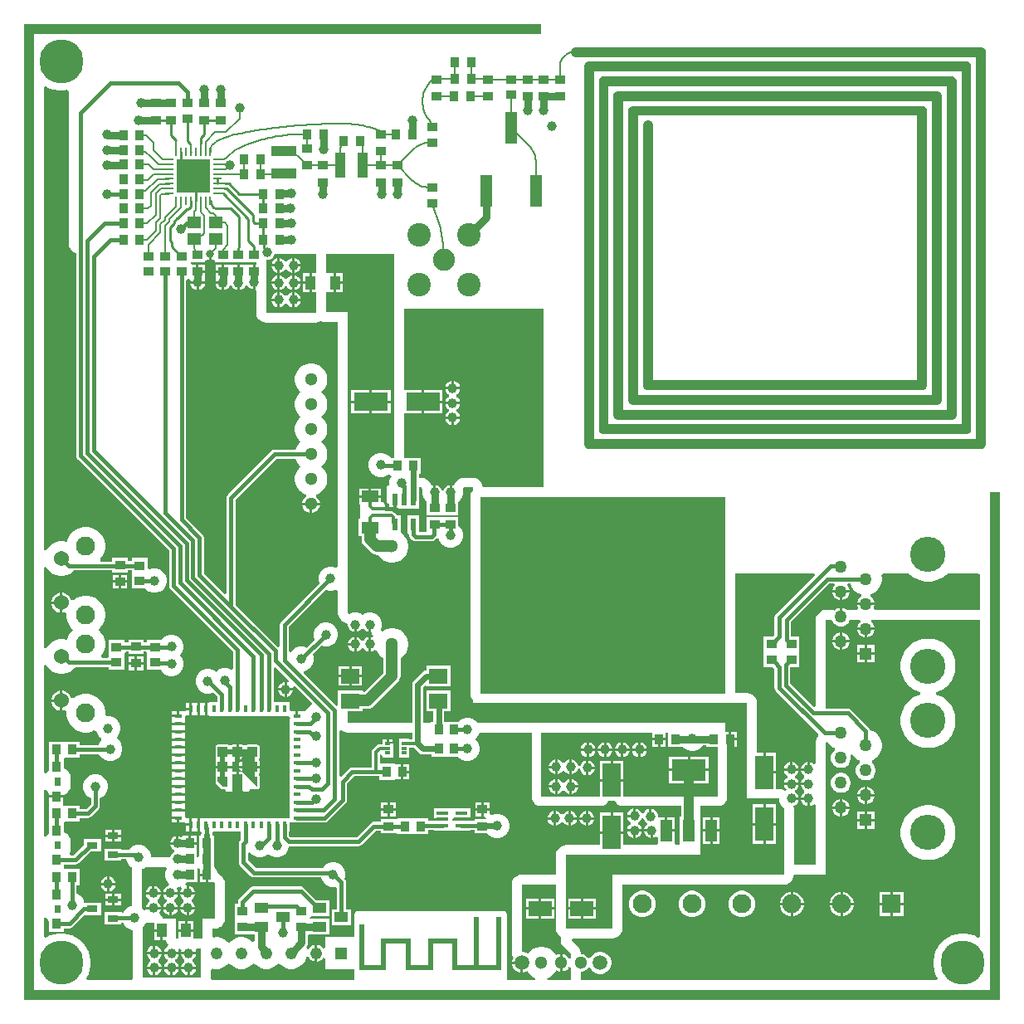
<source format=gtl>
G04*
G04 #@! TF.GenerationSoftware,Altium Limited,Altium Designer,24.5.2 (23)*
G04*
G04 Layer_Physical_Order=1*
G04 Layer_Color=255*
%FSLAX25Y25*%
%MOIN*%
G70*
G04*
G04 #@! TF.SameCoordinates,B46FEEB2-3EEE-4911-894C-B78D551571A6*
G04*
G04*
G04 #@! TF.FilePolarity,Positive*
G04*
G01*
G75*
%ADD10C,0.01000*%
%ADD12C,0.00787*%
%ADD15C,0.01575*%
%ADD16R,0.02480X0.02480*%
%ADD17R,0.01968X0.01968*%
%ADD19R,0.04724X0.01575*%
%ADD20R,0.02362X0.04724*%
%ADD21R,0.04724X0.08661*%
%ADD22R,0.13780X0.08661*%
%ADD23R,0.07480X0.05906*%
%ADD24R,0.05512X0.03937*%
%ADD25R,0.03937X0.05591*%
%ADD26R,0.05512X0.04724*%
%ADD27R,0.13780X0.07284*%
%ADD28R,0.07284X0.13780*%
%ADD29R,0.03937X0.03543*%
%ADD30R,0.04016X0.03701*%
%ADD31R,0.03701X0.04016*%
%ADD32R,0.03543X0.03937*%
%ADD33R,0.03996X0.10000*%
%ADD34R,0.10000X0.03996*%
%ADD35R,0.09252X0.06102*%
%ADD36R,0.01575X0.03150*%
%ADD37R,0.03150X0.01575*%
%ADD38R,0.04685X0.12992*%
%ADD39R,0.04331X0.02559*%
%ADD40R,0.06693X0.04528*%
%ADD41R,0.01937X0.01181*%
%ADD42R,0.01102X0.03347*%
%ADD43R,0.03347X0.01102*%
%ADD70R,0.02480X0.21299*%
%ADD71R,0.01968X0.21299*%
%ADD72R,0.19685X0.01968*%
%ADD73R,0.01968X0.12598*%
%ADD74R,0.11811X0.01968*%
%ADD75R,0.11024X0.01968*%
%ADD76R,0.10630X0.01968*%
%ADD77R,0.01968X0.18386*%
%ADD94C,0.00799*%
%ADD95C,0.03150*%
%ADD96C,0.00799*%
%ADD97R,0.13583X0.13583*%
%AMCUSTOMSHAPE98*
4,1,61,0.07874,-0.07874,0.07874,-0.03937,0.06890,-0.03937,0.06890,-0.01968,0.07874,-0.01968,0.07874,0.01968,0.06890,0.01968,0.06890,0.03937,0.07874,0.03937,0.07874,0.07874,0.03937,0.07874,0.03937,0.06890,0.01968,0.06890,0.01968,0.07874,-0.01968,0.07874,-0.01968,0.06890,-0.03937,0.06890,-0.03937,0.07874,-0.07874,0.07874,-0.07874,0.03937,-0.06890,0.03937,-0.06890,0.01968,-0.07874,0.01968,-0.07874,-0.01968,-0.06890,-0.01968,-0.06890,-0.03937,-0.07874,-0.03937,-0.07874,-0.05906,-0.05906,-0.07874,-0.03937,-0.07874,-0.03937,-0.03937,-0.04921,-0.03937,-0.04921,-0.01968,-0.03937,-0.01968,-0.03937,0.01968,-0.04921,0.01968,-0.04921,0.03937,-0.03937,0.03937,-0.03937,0.04921,-0.01968,0.04921,-0.01968,0.03937,-0.00984,0.03937,-0.00984,0.01968,-0.01968,0.01968,-0.01968,-0.01968,0.01968,-0.01968,0.01968,0.01968,0.00984,0.01968,0.00984,0.03937,0.01968,0.03937,0.01968,0.04921,0.03937,0.04921,0.03937,0.03937,0.04921,0.03937,0.04921,0.01968,0.03937,0.01968,0.03937,-0.01968,0.04921,-0.01968,0.04921,-0.03937,0.03937,-0.03937,0.03937,-0.07874,0.07874,-0.07874,0.0*%
%ADD98CUSTOMSHAPE98*%

%ADD99C,0.00829*%
%ADD100C,0.00984*%
%ADD101C,0.01102*%
%ADD102C,0.04724*%
%ADD103C,0.02362*%
%ADD104C,0.01181*%
%ADD105C,0.03937*%
%ADD106R,0.04992X0.04992*%
%ADD107C,0.04992*%
%ADD108C,0.14173*%
%ADD109C,0.02362*%
%ADD110C,0.07677*%
%ADD111C,0.06063*%
%ADD112C,0.03937*%
%ADD113C,0.09449*%
%ADD114C,0.08858*%
%ADD115C,0.05118*%
%ADD116R,0.07677X0.07677*%
%ADD117C,0.04803*%
%ADD118R,0.04803X0.04803*%
%ADD119C,0.05906*%
%ADD120C,0.17717*%
%ADD121C,0.03150*%
G36*
X76158Y298018D02*
X76652Y298150D01*
X76772Y298219D01*
X77559Y297765D01*
Y297244D01*
X83071D01*
X83858Y297244D01*
Y297244D01*
X83858D01*
Y297244D01*
X89370D01*
X90158Y297244D01*
Y297244D01*
X90158D01*
Y297244D01*
X94060D01*
Y296276D01*
X93807D01*
Y293504D01*
X92807D01*
Y296276D01*
X90764D01*
X90339Y296276D01*
X89551Y296276D01*
X87508D01*
Y293504D01*
X86508D01*
Y296276D01*
X84465D01*
X84039Y296276D01*
X83252Y296276D01*
X81209D01*
Y293504D01*
X80709D01*
Y293004D01*
X77740D01*
Y290732D01*
X77740Y290732D01*
X77855Y289945D01*
X77730Y289476D01*
X80669D01*
Y288976D01*
X81169D01*
Y286037D01*
X81815Y286210D01*
X82492Y286601D01*
X83045Y287154D01*
X83396Y287762D01*
X83671Y287806D01*
X84099Y287762D01*
X84224Y287732D01*
X84605Y287074D01*
X85157Y286521D01*
X85834Y286130D01*
X86480Y285957D01*
Y288896D01*
X87480D01*
Y285957D01*
X88126Y286130D01*
X88803Y286521D01*
X89355Y287074D01*
X89746Y287751D01*
X89755Y287785D01*
X90082Y287880D01*
X90590Y287856D01*
X90895Y287327D01*
X91448Y286774D01*
X92125Y286383D01*
X92770Y286210D01*
Y289149D01*
X93770D01*
Y286097D01*
X94060Y285874D01*
Y276969D01*
X94196Y275941D01*
X94592Y274983D01*
X95224Y274161D01*
X96046Y273530D01*
X97004Y273133D01*
X98032Y272997D01*
X117904D01*
X118033Y273015D01*
X118163Y273006D01*
X118545Y273082D01*
X118931Y273133D01*
X119052Y273183D01*
X119180Y273208D01*
X119529Y273380D01*
X119889Y273530D01*
X119993Y273609D01*
X120110Y273667D01*
X120141Y273694D01*
X121019Y273330D01*
X122047Y273194D01*
X126935D01*
Y206693D01*
Y200787D01*
Y174864D01*
X126253Y174470D01*
X125915Y174665D01*
X124664Y175000D01*
X123368D01*
X122116Y174665D01*
X120994Y174017D01*
X120078Y173100D01*
X119430Y171978D01*
X119095Y170727D01*
Y169431D01*
X119430Y168179D01*
X119470Y168110D01*
X104207Y152848D01*
X103812Y152257D01*
X103674Y151559D01*
X103674Y151559D01*
Y142796D01*
X103635Y142766D01*
X102886Y142511D01*
X85831Y159566D01*
Y201757D01*
X102330Y218256D01*
X109881D01*
X109895Y218184D01*
X110385Y217002D01*
X111096Y215938D01*
X111955Y215079D01*
X111096Y214220D01*
X110385Y213156D01*
X109895Y211974D01*
X109646Y210719D01*
Y209439D01*
X109895Y208184D01*
X110385Y207002D01*
X111096Y205938D01*
X112001Y205033D01*
X113065Y204322D01*
X114074Y203904D01*
X114199Y203381D01*
X114163Y203046D01*
X113956Y202927D01*
X113294Y202264D01*
X112825Y201452D01*
X112591Y200579D01*
X116142D01*
X119692D01*
X119458Y201452D01*
X118990Y202264D01*
X118327Y202927D01*
X118120Y203046D01*
X118085Y203381D01*
X118209Y203904D01*
X119219Y204322D01*
X120283Y205033D01*
X121188Y205938D01*
X121898Y207002D01*
X122388Y208184D01*
X122638Y209439D01*
Y210719D01*
X122388Y211974D01*
X121898Y213156D01*
X121188Y214220D01*
X120328Y215079D01*
X121188Y215938D01*
X121898Y217002D01*
X122388Y218184D01*
X122638Y219439D01*
Y220719D01*
X122388Y221974D01*
X121898Y223156D01*
X121188Y224220D01*
X120328Y225079D01*
X121188Y225938D01*
X121898Y227002D01*
X122388Y228184D01*
X122638Y229439D01*
Y230719D01*
X122388Y231974D01*
X121898Y233156D01*
X121188Y234220D01*
X120328Y235079D01*
X121188Y235938D01*
X121898Y237002D01*
X122388Y238184D01*
X122638Y239439D01*
Y240719D01*
X122388Y241974D01*
X121898Y243156D01*
X121188Y244220D01*
X120328Y245079D01*
X121188Y245938D01*
X121898Y247002D01*
X122388Y248184D01*
X122638Y249439D01*
Y250719D01*
X122388Y251974D01*
X121898Y253156D01*
X121188Y254220D01*
X120283Y255125D01*
X119219Y255836D01*
X118037Y256325D01*
X116781Y256575D01*
X115502D01*
X114247Y256325D01*
X113065Y255836D01*
X112001Y255125D01*
X111096Y254220D01*
X110385Y253156D01*
X109895Y251974D01*
X109646Y250719D01*
Y249439D01*
X109895Y248184D01*
X110385Y247002D01*
X111096Y245938D01*
X111955Y245079D01*
X111096Y244220D01*
X110385Y243156D01*
X109895Y241974D01*
X109646Y240719D01*
Y239439D01*
X109895Y238184D01*
X110385Y237002D01*
X111096Y235938D01*
X111955Y235079D01*
X111096Y234220D01*
X110385Y233156D01*
X109895Y231974D01*
X109646Y230719D01*
Y229439D01*
X109895Y228184D01*
X110385Y227002D01*
X111096Y225938D01*
X111955Y225079D01*
X111096Y224220D01*
X110385Y223156D01*
X109895Y221974D01*
X109881Y221901D01*
X101575D01*
X100877Y221762D01*
X100286Y221367D01*
X100286Y221367D01*
X82720Y203801D01*
X82324Y203209D01*
X82186Y202512D01*
X82186Y202512D01*
Y164240D01*
X81458Y163938D01*
X73062Y172335D01*
Y186635D01*
X73062Y186635D01*
X72923Y187332D01*
X72528Y187923D01*
X72528Y187923D01*
X65917Y194534D01*
Y289876D01*
X66474Y290433D01*
X67119Y290433D01*
X67759Y289843D01*
X67680Y289549D01*
X73558D01*
X73451Y289949D01*
X73441Y290732D01*
X73441Y290732D01*
X73441Y290732D01*
Y293004D01*
X70472D01*
Y293504D01*
X69972D01*
Y296276D01*
X68379D01*
X67855Y296857D01*
X67863Y297155D01*
X67933Y297244D01*
X73622D01*
Y297887D01*
X74409Y298297D01*
X74664Y298150D01*
X75158Y298018D01*
Y300549D01*
X76158D01*
Y298018D01*
D02*
G37*
G36*
X118076Y292810D02*
X118043Y292772D01*
X116445D01*
Y288976D01*
Y285181D01*
X118043D01*
X118076Y285143D01*
Y277165D01*
X117904Y276969D01*
X98032D01*
Y287904D01*
X98192Y288501D01*
Y289797D01*
X98032Y290395D01*
Y298043D01*
X98051Y298058D01*
X98832D01*
X99587Y298260D01*
X100264Y298651D01*
X100817Y299204D01*
X101208Y299881D01*
X101398Y300590D01*
X116735Y300591D01*
X118076D01*
Y292810D01*
D02*
G37*
G36*
X386379Y383308D02*
X386933Y382753D01*
X387233Y382029D01*
Y381638D01*
Y224157D01*
Y223765D01*
X386933Y223041D01*
X386379Y222487D01*
X385655Y222187D01*
X227391D01*
X226667Y222487D01*
X226113Y223041D01*
X225813Y223765D01*
Y224157D01*
X225813Y375732D01*
Y376124D01*
X226113Y376848D01*
X226667Y377402D01*
X227391Y377702D01*
X227783Y377702D01*
X379358Y377702D01*
X379750D01*
X380474Y377402D01*
X381028Y376848D01*
X381328Y376124D01*
Y375732D01*
X381328Y230063D01*
X381328D01*
X381328Y229671D01*
X381028Y228947D01*
X380474Y228393D01*
X379750Y228093D01*
X379358Y228093D01*
X233688Y228093D01*
X233297D01*
X232573Y228393D01*
X232018Y228947D01*
X231719Y229671D01*
Y230063D01*
X231719Y369827D01*
Y370218D01*
X232018Y370942D01*
X232573Y371497D01*
X233297Y371796D01*
X233689D01*
X373452Y371796D01*
X373452Y371796D01*
X373844Y371796D01*
X374568Y371497D01*
X375122Y370942D01*
X375422Y370218D01*
X375422Y369827D01*
X375422Y235968D01*
X375422D01*
X375422Y235576D01*
X375122Y234852D01*
X374568Y234298D01*
X373844Y233998D01*
X373452Y233998D01*
X239594Y233998D01*
X239202D01*
X238478Y234298D01*
X237924Y234852D01*
X237624Y235576D01*
Y235968D01*
X237624Y363921D01*
Y364313D01*
X237924Y365037D01*
X238478Y365591D01*
X239202Y365891D01*
X239594Y365891D01*
X367547Y365891D01*
X367547Y365891D01*
X367939Y365891D01*
X368663Y365591D01*
X369217Y365037D01*
X369517Y364313D01*
X369517Y363921D01*
X369517Y241874D01*
X369517D01*
X369517Y241482D01*
X369217Y240758D01*
X368663Y240204D01*
X367939Y239904D01*
X367547Y239904D01*
X245500Y239904D01*
X245108D01*
X244384Y240204D01*
X243829Y240758D01*
X243530Y241482D01*
Y241874D01*
X243530Y358015D01*
Y358407D01*
X243829Y359131D01*
X244384Y359686D01*
X245108Y359985D01*
X245500D01*
X361641Y359985D01*
X361641Y359985D01*
X362033Y359985D01*
X362757Y359686D01*
X363311Y359131D01*
X363611Y358407D01*
X363611Y358015D01*
X363611Y247779D01*
Y247387D01*
X363311Y246663D01*
X362757Y246109D01*
X362033Y245809D01*
X251013D01*
X250289Y246109D01*
X249735Y246663D01*
X249435Y247387D01*
Y247779D01*
Y347990D01*
Y348382D01*
X249735Y349106D01*
X250289Y349660D01*
X251013Y349960D01*
X251797D01*
X252521Y349660D01*
X253075Y349106D01*
X253375Y348382D01*
Y347990D01*
Y249749D01*
X359671D01*
Y356046D01*
X247470Y356046D01*
X247470Y243844D01*
X365577D01*
X365577Y361951D01*
X241564Y361951D01*
X241564Y237938D01*
X371482D01*
X371482Y367857D01*
X235659Y367857D01*
X235659Y232033D01*
X377388D01*
X377388Y373762D01*
X229753Y373762D01*
X229753Y226127D01*
X383293D01*
Y379667D01*
X227167D01*
X226443Y379967D01*
X225889Y380522D01*
X225589Y381246D01*
Y382029D01*
X225889Y382753D01*
X226443Y383308D01*
X227167Y383608D01*
X385655D01*
X386379Y383308D01*
D02*
G37*
G36*
X149461Y218614D02*
X148122D01*
X148032Y218770D01*
X147116Y219686D01*
X145994Y220334D01*
X144742Y220669D01*
X143447D01*
X142195Y220334D01*
X141073Y219686D01*
X140156Y218770D01*
X139509Y217648D01*
X139173Y216396D01*
Y215100D01*
X139509Y213848D01*
X140156Y212726D01*
X141073Y211810D01*
X142195Y211162D01*
X143447Y210827D01*
X144742D01*
X145994Y211162D01*
X147116Y211810D01*
X147421Y212115D01*
X147997Y211990D01*
X148367Y211244D01*
X147973Y210561D01*
X147638Y209309D01*
Y208014D01*
X147232Y207635D01*
X146901Y207414D01*
X146680Y207083D01*
X146602Y206693D01*
Y201272D01*
X146680Y200882D01*
X146901Y200551D01*
X147232Y200330D01*
X147622Y200252D01*
Y198409D01*
X151181D01*
Y198228D01*
X159646D01*
Y205315D01*
X159507D01*
Y206693D01*
X160365D01*
X160970Y205906D01*
X160827Y205372D01*
Y204077D01*
X161162Y202825D01*
X161810Y201703D01*
X162598Y200914D01*
Y195669D01*
X168110D01*
X168898Y195669D01*
Y195669D01*
X168898D01*
Y195669D01*
X175197D01*
Y200747D01*
X175266Y200786D01*
X176182Y201703D01*
X176830Y202825D01*
X177165Y204077D01*
Y205372D01*
X177023Y205906D01*
X177627Y206693D01*
X181102D01*
Y205375D01*
X180616Y204741D01*
X180219Y203784D01*
X180084Y202756D01*
Y124016D01*
X180219Y122988D01*
X180616Y122030D01*
X181102Y121397D01*
Y120079D01*
X183797D01*
X184055Y120045D01*
X282480D01*
X282738Y120079D01*
X291339D01*
Y81693D01*
X304134D01*
Y81045D01*
X304224Y80709D01*
X304469Y79793D01*
X305117Y78671D01*
X306033Y77755D01*
X306102Y77715D01*
Y51181D01*
X237205Y51181D01*
Y29528D01*
X218504D01*
Y59055D01*
X272638D01*
Y78706D01*
X279528D01*
X280555Y78842D01*
X281513Y79238D01*
X282335Y79869D01*
X282539Y80134D01*
X282966Y80692D01*
X283363Y81649D01*
X283499Y82677D01*
Y102397D01*
X283657Y102578D01*
X283925D01*
Y105547D01*
Y108515D01*
X282480D01*
Y112205D01*
X259864D01*
X259606Y112239D01*
X258638D01*
X258380Y112205D01*
X253353D01*
X253095Y112239D01*
X208661D01*
X208403Y112205D01*
X183016D01*
X182884Y112435D01*
X181967Y113351D01*
X180845Y113999D01*
X179594Y114334D01*
X178298D01*
X177046Y113999D01*
X175924Y113351D01*
X175217Y112644D01*
X170551D01*
Y112644D01*
X170394D01*
Y112644D01*
X169586D01*
Y116850D01*
X172244D01*
Y125118D01*
X162402D01*
Y116850D01*
X165138D01*
Y112644D01*
X164331D01*
Y112205D01*
X161137D01*
Y126496D01*
X161758Y127117D01*
X162402Y126850D01*
Y126850D01*
X172244D01*
Y135118D01*
X162402D01*
Y133192D01*
X161629Y133039D01*
X160908Y132557D01*
X160908Y132557D01*
X157341Y128990D01*
X156859Y128268D01*
X156690Y127417D01*
X156690Y127417D01*
Y112205D01*
X130905D01*
Y116850D01*
X136811D01*
Y117799D01*
X138950D01*
X139828Y117914D01*
X140646Y118253D01*
X141348Y118792D01*
X151070Y128514D01*
X151609Y129217D01*
X151948Y130035D01*
X152063Y130912D01*
Y138188D01*
X152763Y138655D01*
X153668Y139560D01*
X154379Y140624D01*
X154868Y141806D01*
X155118Y143061D01*
Y144341D01*
X154868Y145596D01*
X154379Y146778D01*
X153668Y147842D01*
X152763Y148747D01*
X151699Y149458D01*
X150517Y149947D01*
X149262Y150197D01*
X147982D01*
X146727Y149947D01*
X145545Y149458D01*
X144875Y149010D01*
X144284Y149562D01*
X144350Y149675D01*
X144685Y150927D01*
Y152223D01*
X144350Y153474D01*
X143702Y154596D01*
X142786Y155513D01*
X141663Y156161D01*
X140412Y156496D01*
X139116D01*
X137864Y156161D01*
X136811Y155553D01*
X135758Y156161D01*
X134506Y156496D01*
X133210D01*
X131959Y156161D01*
X131587Y155946D01*
X130905Y156340D01*
Y200787D01*
Y277165D01*
X122047D01*
Y285143D01*
X122819Y285181D01*
X122835Y285181D01*
X125287D01*
Y288976D01*
Y292772D01*
X122835D01*
X122819Y292772D01*
X122047Y292810D01*
Y300591D01*
X149461Y300591D01*
Y218614D01*
D02*
G37*
G36*
X209610Y218504D02*
Y206727D01*
X185069D01*
X184938Y207721D01*
X184541Y208678D01*
X183910Y209501D01*
X183088Y210132D01*
X182130Y210529D01*
X181102Y210664D01*
X177627D01*
X177369Y210630D01*
X177108D01*
X176857Y210563D01*
X176599Y210529D01*
X176358Y210429D01*
X176107Y210362D01*
X175882Y210231D01*
X175641Y210132D01*
X175435Y209973D01*
X175209Y209843D01*
X175025Y209659D01*
X174819Y209501D01*
X174660Y209294D01*
X174476Y209110D01*
X173872Y208323D01*
X173785Y208172D01*
X173741Y208097D01*
X173583Y207891D01*
X173390Y207491D01*
X172744Y207664D01*
Y204724D01*
X171744D01*
Y207664D01*
X171098Y207491D01*
X170421Y207100D01*
X169869Y206547D01*
X169478Y205870D01*
X169404Y205593D01*
X168588D01*
X168514Y205870D01*
X168123Y206547D01*
X167571Y207100D01*
X166894Y207491D01*
X166248Y207664D01*
Y204724D01*
X165248D01*
Y207664D01*
X164602Y207491D01*
X164409Y207891D01*
X164251Y208097D01*
X164207Y208172D01*
X164120Y208323D01*
X163516Y209110D01*
X163332Y209294D01*
X163173Y209501D01*
X162967Y209659D01*
X162783Y209843D01*
X162557Y209973D01*
X162351Y210132D01*
X162110Y210231D01*
X161885Y210362D01*
X161634Y210429D01*
X161393Y210529D01*
X161135Y210563D01*
X160884Y210630D01*
X160624D01*
X160365Y210664D01*
X159507D01*
Y212236D01*
X160269D01*
Y218614D01*
X154206D01*
X154206Y218614D01*
X153432Y218647D01*
Y236500D01*
X160524D01*
Y241142D01*
Y245783D01*
X153432D01*
Y278508D01*
X209610D01*
Y218504D01*
D02*
G37*
G36*
X384646Y171880D02*
X384808Y171714D01*
Y157514D01*
X342479D01*
X342024Y158302D01*
X342214Y158631D01*
X342442Y159480D01*
X338957D01*
X335471D01*
X335699Y158631D01*
X335889Y158302D01*
X335434Y157514D01*
X332709D01*
X332284Y157458D01*
X331681Y157379D01*
X331681Y157379D01*
X331681Y157379D01*
X331555Y157327D01*
X331103Y157778D01*
X330306Y158238D01*
X329457Y158466D01*
Y155773D01*
X329270Y155529D01*
X329270Y155529D01*
X329270Y155529D01*
X329187Y155329D01*
X328985Y154980D01*
X328928D01*
X328727Y155329D01*
X328644Y155529D01*
X328644Y155529D01*
X328644Y155529D01*
X328457Y155773D01*
Y158466D01*
X327607Y158238D01*
X326810Y157778D01*
X326359Y157327D01*
X326233Y157379D01*
X326232Y157379D01*
X326232Y157379D01*
X325629Y157458D01*
X325205Y157514D01*
X322835D01*
X321807Y157379D01*
X320849Y156982D01*
X320027Y156351D01*
X319396Y155529D01*
X318999Y154571D01*
X318864Y153543D01*
Y118882D01*
X318076Y118556D01*
X308683Y127949D01*
Y134606D01*
X312244D01*
Y140669D01*
X312244D01*
Y140827D01*
X312244D01*
Y146890D01*
X308909D01*
Y152788D01*
X324278Y168158D01*
X326077D01*
X326403Y167370D01*
X326159Y167127D01*
X325699Y166330D01*
X325471Y165480D01*
X328957D01*
X332442D01*
X332214Y166330D01*
X331754Y167127D01*
X331511Y167370D01*
X331837Y168158D01*
X332760D01*
X332771Y168104D01*
X333256Y166933D01*
X333960Y165879D01*
X334856Y164983D01*
X335910Y164279D01*
X337031Y163815D01*
X337093Y163648D01*
X337155Y162977D01*
X336810Y162778D01*
X336159Y162127D01*
X335699Y161330D01*
X335471Y160480D01*
X338957D01*
X342442D01*
X342214Y161330D01*
X341754Y162127D01*
X341103Y162778D01*
X340759Y162977D01*
X340820Y163648D01*
X340882Y163815D01*
X342004Y164279D01*
X343057Y164983D01*
X343954Y165879D01*
X344658Y166933D01*
X345143Y168104D01*
X345390Y169347D01*
Y170614D01*
X345229Y171421D01*
X345782Y172209D01*
X356138D01*
X356775Y171572D01*
X358179Y170552D01*
X359725Y169764D01*
X361375Y169228D01*
X363089Y168957D01*
X364824D01*
X366538Y169228D01*
X368188Y169764D01*
X369734Y170552D01*
X371138Y171572D01*
X371775Y172209D01*
X383858D01*
X384021Y172241D01*
X384646Y171880D01*
D02*
G37*
G36*
X126935Y165294D02*
Y156340D01*
X127070Y155312D01*
X127466Y154355D01*
X128098Y153532D01*
X128920Y152901D01*
X129602Y152507D01*
X130560Y152111D01*
X130890Y151966D01*
Y151184D01*
X131092Y150429D01*
X131483Y149752D01*
X132036Y149199D01*
X132712Y148809D01*
X133358Y148636D01*
Y151575D01*
X134358D01*
Y148636D01*
X135004Y148809D01*
X135681Y149199D01*
X136234Y149752D01*
X136356Y149965D01*
X137266D01*
X137388Y149752D01*
X137941Y149199D01*
X138618Y148809D01*
X139264Y148636D01*
Y151575D01*
X140264D01*
Y148541D01*
X140484Y148409D01*
X140672Y147996D01*
X140845Y147577D01*
X140885Y147525D01*
X140912Y147465D01*
X141106Y147230D01*
X140972Y146873D01*
X140651Y146536D01*
X140264Y146640D01*
Y143701D01*
Y140762D01*
X140910Y140935D01*
X141586Y141325D01*
X141683Y141421D01*
X142611Y141237D01*
X142865Y140624D01*
X143576Y139560D01*
X144481Y138655D01*
X145281Y138120D01*
Y132317D01*
X137598Y124634D01*
X136811Y124710D01*
Y125118D01*
X126969D01*
Y119340D01*
X126181Y119014D01*
X113076Y132119D01*
X113312Y132997D01*
X114104Y133209D01*
X115226Y133857D01*
X116143Y134774D01*
X116791Y135896D01*
X117126Y137147D01*
Y138443D01*
X116791Y139695D01*
X116751Y139764D01*
X120079Y143092D01*
X120148Y143052D01*
X121399Y142717D01*
X122695D01*
X123947Y143052D01*
X125069Y143700D01*
X125985Y144616D01*
X126633Y145738D01*
X126969Y146990D01*
Y148286D01*
X126633Y149537D01*
X125985Y150660D01*
X125069Y151576D01*
X123947Y152224D01*
X122695Y152559D01*
X121399D01*
X120148Y152224D01*
X119026Y151576D01*
X118109Y150660D01*
X117461Y149537D01*
X117126Y148286D01*
Y146990D01*
X117461Y145738D01*
X117501Y145669D01*
X114173Y142341D01*
X114104Y142381D01*
X112853Y142717D01*
X111557D01*
X110305Y142381D01*
X109183Y141733D01*
X108267Y140817D01*
X108106Y140538D01*
X107318Y140749D01*
Y150804D01*
X122047Y165533D01*
X122116Y165493D01*
X123368Y165157D01*
X124664D01*
X125915Y165493D01*
X126253Y165688D01*
X126935Y165294D01*
D02*
G37*
G36*
X11214Y367007D02*
X12982Y366433D01*
X14818Y366142D01*
X16678D01*
X18076Y366363D01*
X18864Y365794D01*
X18864Y304561D01*
X18999Y303534D01*
X19396Y302576D01*
X20027Y301753D01*
X20849Y301122D01*
X21800Y300729D01*
Y219488D01*
X21800Y219488D01*
X21938Y218791D01*
X22333Y218199D01*
X59118Y181415D01*
Y167314D01*
X59118Y167314D01*
X59256Y166617D01*
X59651Y166025D01*
X84792Y140885D01*
Y133886D01*
X84004Y133431D01*
X83380Y133791D01*
X82129Y134127D01*
X80833D01*
X79581Y133791D01*
X78459Y133144D01*
X77938Y132622D01*
X77690Y132870D01*
X76568Y133517D01*
X75317Y133853D01*
X74021D01*
X72769Y133517D01*
X71647Y132870D01*
X70731Y131953D01*
X70083Y130831D01*
X69747Y129579D01*
Y128284D01*
X70083Y127032D01*
X70731Y125910D01*
X71647Y124994D01*
X72769Y124346D01*
X74021Y124010D01*
X75317D01*
X76568Y124346D01*
X76854Y124511D01*
X78492Y122873D01*
Y120472D01*
X75197D01*
Y120291D01*
X74516D01*
Y117717D01*
Y115142D01*
X75197D01*
Y114961D01*
X107098D01*
X107701Y114265D01*
X107677Y113779D01*
X107677D01*
Y109843D01*
Y106693D01*
Y103543D01*
Y100394D01*
Y97244D01*
Y94095D01*
Y90945D01*
Y87795D01*
Y84646D01*
Y81496D01*
Y78347D01*
Y74722D01*
X107480Y74016D01*
X72047D01*
Y73835D01*
X71366D01*
Y71260D01*
Y68685D01*
X71553D01*
X71708Y68554D01*
X72060Y67999D01*
X72067Y67716D01*
X71989Y67323D01*
Y66886D01*
X71260D01*
Y60587D01*
Y59002D01*
X70499Y58319D01*
X70487Y58320D01*
X70291Y58492D01*
X70291Y60474D01*
X70291Y61261D01*
Y63237D01*
X67520D01*
Y63737D01*
X67020D01*
Y66705D01*
X64748D01*
Y66704D01*
X63961Y66288D01*
X63624Y66483D01*
X62979Y66655D01*
Y63716D01*
X62479D01*
Y63216D01*
X59539D01*
X59712Y62571D01*
X60103Y61894D01*
X60656Y61341D01*
X61052Y61112D01*
X61087Y60288D01*
X61068Y60236D01*
X60714Y60032D01*
X60161Y59479D01*
X59771Y58803D01*
X59722Y58622D01*
X58822Y58143D01*
X58742Y58176D01*
X57715Y58311D01*
X51772D01*
Y58916D01*
X51436Y60167D01*
X50788Y61289D01*
X49872Y62206D01*
X48750Y62854D01*
X47498Y63189D01*
X46202D01*
X44951Y62854D01*
X43829Y62206D01*
X42912Y61289D01*
X42766Y61035D01*
X39961D01*
Y61673D01*
X33268D01*
Y56752D01*
X39961D01*
Y57390D01*
X41991D01*
X42265Y56368D01*
X42912Y55246D01*
X43829Y54330D01*
X44324Y54044D01*
X44257Y53542D01*
Y38680D01*
X43376Y38444D01*
X42254Y37796D01*
X41338Y36880D01*
X40748Y35859D01*
X40686Y35854D01*
X39961Y36083D01*
Y36083D01*
X33268D01*
Y31161D01*
X39961D01*
Y31918D01*
X40713D01*
X41338Y30836D01*
X42254Y29920D01*
X43376Y29272D01*
X44454Y28984D01*
Y24016D01*
Y22624D01*
Y9843D01*
X44501Y9484D01*
X43982Y8892D01*
X26191D01*
X25912Y9680D01*
X26694Y11214D01*
X27268Y12982D01*
X27559Y14818D01*
Y16678D01*
X27268Y18514D01*
X26694Y20282D01*
X25850Y21938D01*
X24757Y23442D01*
X23442Y24757D01*
X21938Y25850D01*
X20282Y26694D01*
X18514Y27268D01*
X16678Y27559D01*
X14818D01*
X12982Y27268D01*
X11214Y26694D01*
X9680Y25912D01*
X8892Y26191D01*
Y33855D01*
X9680Y34011D01*
X9750Y33841D01*
X10381Y33019D01*
X10827Y32677D01*
Y28346D01*
X16732D01*
Y29674D01*
X19024D01*
X19024Y29674D01*
X19721Y29812D01*
X20312Y30207D01*
X25046Y34941D01*
X31693D01*
Y39862D01*
X25000D01*
X25000Y39862D01*
X24805Y40564D01*
X24712Y40910D01*
X24065Y42033D01*
X23148Y42949D01*
X22026Y43597D01*
X21949Y43617D01*
Y47008D01*
X23071D01*
Y53386D01*
X17291D01*
X16816Y53855D01*
X16749Y54017D01*
X16732Y54124D01*
Y55264D01*
X21555D01*
X21555Y55264D01*
X22253Y55403D01*
X22844Y55798D01*
X27577Y60532D01*
X31693D01*
Y65453D01*
X25000D01*
Y63109D01*
X20800Y58909D01*
X19496D01*
X19100Y59697D01*
X19387Y60390D01*
X19522Y61417D01*
Y64567D01*
X19387Y65595D01*
X18990Y66552D01*
X18359Y67375D01*
X17537Y68006D01*
X16732Y68339D01*
Y71925D01*
X16816Y72130D01*
X17291Y72598D01*
X17638Y72598D01*
X23071D01*
Y73965D01*
X26575D01*
X26575Y73965D01*
X27272Y74104D01*
X27863Y74499D01*
X30816Y77451D01*
X30816Y77451D01*
X31211Y78043D01*
X31350Y78740D01*
Y82008D01*
X31427Y82028D01*
X32549Y82676D01*
X33466Y83592D01*
X34113Y84715D01*
X34449Y85966D01*
Y87262D01*
X34113Y88514D01*
X33466Y89636D01*
X32549Y90552D01*
X31427Y91200D01*
X30176Y91535D01*
X28880D01*
X27628Y91200D01*
X26506Y90552D01*
X25590Y89636D01*
X24942Y88514D01*
X24606Y87262D01*
Y85966D01*
X24942Y84715D01*
X25590Y83592D01*
X26506Y82676D01*
X27628Y82028D01*
X27705Y82008D01*
Y79495D01*
X25820Y77610D01*
X23071D01*
Y78976D01*
X17638D01*
X16684Y78976D01*
X16551Y79709D01*
X16551Y79764D01*
Y82177D01*
X13780D01*
X11008D01*
Y79764D01*
X11008Y79709D01*
X10875Y78976D01*
X10787D01*
Y72818D01*
X10787Y72598D01*
X10787D01*
X10827Y72047D01*
X10827D01*
Y67717D01*
X10381Y67375D01*
X9750Y66552D01*
X9680Y66382D01*
X8892Y66539D01*
Y85036D01*
X9680Y85192D01*
X9750Y85022D01*
X10381Y84200D01*
X11008Y83719D01*
Y83177D01*
X12149D01*
X12161Y83172D01*
X13189Y83037D01*
X13780D01*
X15551D01*
X16551Y83168D01*
Y83169D01*
X16579Y83172D01*
X17537Y83569D01*
X18359Y84200D01*
X18990Y85022D01*
X19387Y85980D01*
X19522Y87008D01*
Y90158D01*
X19387Y91185D01*
X18990Y92143D01*
X18359Y92965D01*
X17537Y93597D01*
X16732Y93930D01*
Y97516D01*
X16816Y97720D01*
X17291Y98189D01*
X17638Y98189D01*
X23071D01*
Y99555D01*
X30972D01*
X31495Y98649D01*
X32411Y97733D01*
X33533Y97085D01*
X34785Y96749D01*
X36081D01*
X37333Y97085D01*
X38455Y97733D01*
X39371Y98649D01*
X40019Y99771D01*
X40354Y101023D01*
Y102318D01*
X40019Y103570D01*
X39371Y104692D01*
X38455Y105608D01*
X38405Y105637D01*
X38275Y106621D01*
X38625Y106971D01*
X39273Y108093D01*
X39608Y109344D01*
Y110640D01*
X39273Y111892D01*
X38625Y113014D01*
X37709Y113930D01*
X36586Y114578D01*
X35335Y114914D01*
X34136D01*
X33912Y115031D01*
X33421Y115563D01*
Y116888D01*
X33122Y118390D01*
X32536Y119805D01*
X31685Y121079D01*
X30602Y122162D01*
X29329Y123013D01*
X27914Y123599D01*
X26412Y123898D01*
X24880D01*
X23378Y123599D01*
X21962Y123013D01*
X20689Y122162D01*
X20569Y122042D01*
X19691Y122277D01*
X19599Y122619D01*
X19069Y123538D01*
X18318Y124289D01*
X17399Y124820D01*
X16373Y125094D01*
X16342D01*
Y121063D01*
Y117032D01*
X16373D01*
X17136Y117236D01*
X17463Y117081D01*
X17719Y116874D01*
X17870Y116669D01*
Y115356D01*
X18169Y113854D01*
X18755Y112439D01*
X19606Y111165D01*
X20689Y110082D01*
X21962Y109231D01*
X23378Y108645D01*
X24880Y108346D01*
X26412D01*
X27914Y108645D01*
X29015Y109102D01*
X29778Y108836D01*
X29940Y108693D01*
X30101Y108093D01*
X30749Y106971D01*
X31665Y106054D01*
X31715Y106026D01*
X31844Y105042D01*
X31495Y104692D01*
X30847Y103570D01*
X30748Y103200D01*
X23071D01*
Y104567D01*
X17638D01*
X17008Y104567D01*
X16220Y104567D01*
X10787D01*
Y98409D01*
X10787Y98189D01*
X10787D01*
X10827Y97638D01*
X10827D01*
Y93307D01*
X10381Y92965D01*
X9750Y92143D01*
X9680Y91973D01*
X8892Y92130D01*
Y135292D01*
X9667Y135479D01*
X10430Y134337D01*
X11400Y133367D01*
X12542Y132604D01*
X13810Y132079D01*
X15156Y131811D01*
X16529D01*
X17875Y132079D01*
X19143Y132604D01*
X20285Y133367D01*
X21255Y134337D01*
X21435Y134606D01*
X34793D01*
Y133397D01*
X41171D01*
Y138830D01*
X41171Y139460D01*
X41171Y140303D01*
X41728Y140860D01*
X42690D01*
Y139764D01*
X48989D01*
Y140860D01*
X49876D01*
X50296Y140073D01*
X50296Y139617D01*
X50296D01*
Y139460D01*
X50296D01*
Y133397D01*
X55760D01*
X56101Y132805D01*
X57018Y131889D01*
X58140Y131241D01*
X59391Y130905D01*
X60687D01*
X61939Y131241D01*
X63061Y131889D01*
X63977Y132805D01*
X64625Y133927D01*
X64961Y135179D01*
Y136475D01*
X64625Y137726D01*
X63977Y138848D01*
X63554Y139272D01*
X63977Y139695D01*
X64625Y140817D01*
X64961Y142069D01*
Y143364D01*
X64625Y144616D01*
X63977Y145738D01*
X63061Y146654D01*
X61939Y147302D01*
X60687Y147638D01*
X59391D01*
X58140Y147302D01*
X57018Y146654D01*
X56101Y145738D01*
X56068Y145680D01*
X50296D01*
Y144505D01*
X48989D01*
Y145669D01*
X42690D01*
Y144505D01*
X41171D01*
Y145680D01*
X34793D01*
Y140247D01*
X34793Y139617D01*
X34793Y138807D01*
X34236Y138251D01*
X32227D01*
X31868Y139038D01*
X32536Y140037D01*
X33122Y141452D01*
X33421Y142955D01*
Y144486D01*
X33122Y145989D01*
X32536Y147404D01*
X31685Y148677D01*
X30756Y149606D01*
X31685Y150536D01*
X32536Y151809D01*
X33122Y153224D01*
X33421Y154726D01*
Y156258D01*
X33122Y157760D01*
X32536Y159175D01*
X31685Y160449D01*
X30602Y161532D01*
X29329Y162383D01*
X27914Y162969D01*
X26412Y163268D01*
X24880D01*
X23378Y162969D01*
X21962Y162383D01*
X20689Y161532D01*
X20569Y161412D01*
X19691Y161647D01*
X19599Y161989D01*
X19069Y162908D01*
X18318Y163659D01*
X17399Y164190D01*
X16373Y164465D01*
X16342D01*
Y160433D01*
Y156402D01*
X16373D01*
X17136Y156606D01*
X17463Y156451D01*
X17719Y156244D01*
X17870Y156039D01*
Y154726D01*
X18169Y153224D01*
X18755Y151809D01*
X19606Y150536D01*
X20535Y149606D01*
X19606Y148677D01*
X18755Y147404D01*
X18169Y145989D01*
X18091Y145596D01*
X17875Y145480D01*
X16529Y145748D01*
X15156D01*
X13810Y145480D01*
X12542Y144955D01*
X11400Y144192D01*
X10430Y143222D01*
X9667Y142080D01*
X8892Y142267D01*
Y174662D01*
X9667Y174849D01*
X10430Y173707D01*
X11400Y172737D01*
X12542Y171974D01*
X13810Y171449D01*
X15156Y171181D01*
X16529D01*
X17875Y171449D01*
X19143Y171974D01*
X20285Y172737D01*
X20922Y173374D01*
X36220D01*
Y172638D01*
X42520D01*
Y173532D01*
X44055D01*
Y172323D01*
X44055Y172323D01*
Y172165D01*
X44055D01*
X44055Y171535D01*
Y166102D01*
X49379D01*
X50128Y165353D01*
X51250Y164705D01*
X52502Y164370D01*
X53798D01*
X55049Y164705D01*
X56171Y165353D01*
X57088Y166270D01*
X57736Y167392D01*
X58071Y168643D01*
Y169939D01*
X57736Y171191D01*
X57088Y172313D01*
X56171Y173229D01*
X55049Y173877D01*
X53798Y174213D01*
X52502D01*
X51250Y173877D01*
X51115Y173799D01*
X50433Y174193D01*
Y178386D01*
X44055D01*
Y177177D01*
X42520D01*
Y178543D01*
X36220D01*
Y177019D01*
X31684D01*
X31358Y177807D01*
X31685Y178134D01*
X32536Y179407D01*
X33122Y180823D01*
X33421Y182325D01*
Y183856D01*
X33122Y185359D01*
X32536Y186774D01*
X31685Y188047D01*
X30602Y189130D01*
X29329Y189981D01*
X27914Y190567D01*
X26412Y190866D01*
X24880D01*
X23378Y190567D01*
X21962Y189981D01*
X20689Y189130D01*
X19606Y188047D01*
X18755Y186774D01*
X18169Y185359D01*
X18091Y184966D01*
X17875Y184850D01*
X16529Y185118D01*
X15156D01*
X13810Y184850D01*
X12542Y184325D01*
X11400Y183562D01*
X10430Y182592D01*
X9667Y181450D01*
X8892Y181637D01*
Y367510D01*
X9680Y367789D01*
X11214Y367007D01*
D02*
G37*
G36*
X384808Y26191D02*
X384021Y25912D01*
X382487Y26694D01*
X380718Y27268D01*
X378882Y27559D01*
X377023D01*
X375187Y27268D01*
X373419Y26694D01*
X371762Y25850D01*
X370258Y24757D01*
X368944Y23442D01*
X367851Y21938D01*
X367007Y20282D01*
X366433Y18514D01*
X366142Y16678D01*
Y14818D01*
X366433Y12982D01*
X367007Y11214D01*
X367789Y9680D01*
X367510Y8892D01*
X224443D01*
Y12189D01*
X224878D01*
X225783Y12432D01*
X226595Y12900D01*
X227257Y13563D01*
X227394Y13799D01*
X227529Y13841D01*
X228285Y13768D01*
X228720Y13014D01*
X229549Y12185D01*
X230565Y11599D01*
X231697Y11295D01*
X232870D01*
X234002Y11599D01*
X235017Y12185D01*
X235846Y13014D01*
X236433Y14029D01*
X236736Y15162D01*
Y16334D01*
X236433Y17467D01*
X235846Y18482D01*
X235017Y19311D01*
X234002Y19897D01*
X232870Y20201D01*
X231697D01*
X230565Y19897D01*
X229549Y19311D01*
X228720Y18482D01*
X228285Y17728D01*
X227529Y17655D01*
X227394Y17697D01*
X227257Y17933D01*
X226595Y18596D01*
X225783Y19064D01*
X224878Y19307D01*
X224443D01*
Y19685D01*
X224308Y20713D01*
X223911Y21670D01*
X223280Y22493D01*
X223280Y22493D01*
X221004Y24769D01*
X221330Y25557D01*
X237205D01*
X238232Y25692D01*
X239190Y26089D01*
X240013Y26720D01*
X240644Y27542D01*
X241040Y28500D01*
X241176Y29528D01*
Y47210D01*
X306102Y47210D01*
X307130Y47345D01*
X308088Y47742D01*
X308910Y48373D01*
X309541Y49196D01*
X309938Y50153D01*
X310073Y51181D01*
X322835D01*
Y104217D01*
X323622Y104456D01*
X323960Y103950D01*
X324856Y103054D01*
X325909Y102350D01*
X326449Y102127D01*
X326506Y101251D01*
X326503Y101249D01*
X325759Y100505D01*
X325233Y99594D01*
X324961Y98577D01*
Y97525D01*
X325233Y96509D01*
X325759Y95597D01*
X326503Y94854D01*
X327414Y94327D01*
X328431Y94055D01*
X329483D01*
X330499Y94327D01*
X331410Y94854D01*
X332154Y95597D01*
X332680Y96509D01*
X332953Y97525D01*
Y98577D01*
X332746Y99350D01*
X333473Y99679D01*
X333960Y98950D01*
X334856Y98054D01*
X335910Y97350D01*
X336449Y97127D01*
X336506Y96251D01*
X336503Y96249D01*
X335759Y95505D01*
X335233Y94594D01*
X334961Y93577D01*
Y92525D01*
X335233Y91509D01*
X335759Y90597D01*
X336503Y89854D01*
X337414Y89327D01*
X338431Y89055D01*
X339483D01*
X340499Y89327D01*
X341410Y89854D01*
X342154Y90597D01*
X342680Y91509D01*
X342953Y92525D01*
Y93577D01*
X342680Y94594D01*
X342154Y95505D01*
X341410Y96249D01*
X341407Y96251D01*
X341464Y97127D01*
X342004Y97350D01*
X343057Y98054D01*
X343954Y98950D01*
X344658Y100004D01*
X345143Y101175D01*
X345390Y102418D01*
Y103685D01*
X345143Y104928D01*
X344658Y106098D01*
X343954Y107152D01*
X343057Y108048D01*
X342004Y108752D01*
X340833Y109237D01*
X340703Y109263D01*
X340640Y109575D01*
X340245Y110167D01*
X340245Y110167D01*
X332982Y117430D01*
X332390Y117825D01*
X331693Y117964D01*
X331693Y117964D01*
X322835D01*
Y153543D01*
X325205D01*
X325233Y153438D01*
X325759Y152527D01*
X326503Y151783D01*
X327414Y151257D01*
X328431Y150984D01*
X329483D01*
X330499Y151257D01*
X331410Y151783D01*
X332154Y152527D01*
X332680Y153438D01*
X332709Y153543D01*
X336561D01*
X336784Y152858D01*
X336788Y152756D01*
X336159Y152127D01*
X335699Y151330D01*
X335471Y150480D01*
X338957D01*
X342442D01*
X342214Y151330D01*
X341754Y152127D01*
X341125Y152756D01*
X341129Y152858D01*
X341352Y153543D01*
X384808D01*
Y26191D01*
D02*
G37*
G36*
X107348Y129051D02*
X107299Y128939D01*
X106884Y128402D01*
X106405Y128530D01*
Y126091D01*
X108845D01*
X108717Y126569D01*
X109254Y126985D01*
X109367Y127033D01*
X116410Y119989D01*
X116264Y119227D01*
X116161Y119124D01*
X115088Y118505D01*
X114172Y117589D01*
X113768Y116888D01*
X113008Y116748D01*
Y116748D01*
X113008Y116748D01*
X110933D01*
Y114961D01*
X109933D01*
Y116748D01*
X107858D01*
X107480Y117379D01*
Y120472D01*
X101035D01*
Y134335D01*
X101762Y134637D01*
X107348Y129051D01*
D02*
G37*
G36*
X282480Y124016D02*
X184055D01*
Y202756D01*
X282480D01*
Y124016D01*
D02*
G37*
G36*
X259606Y102397D02*
X265512D01*
X265512Y102397D01*
Y102397D01*
X266116Y101991D01*
X266321Y101785D01*
X267444Y101137D01*
X268695Y100802D01*
X269991D01*
X271243Y101137D01*
X272365Y101785D01*
X273281Y102701D01*
X273475Y103038D01*
X274780D01*
Y102397D01*
X279528D01*
Y82677D01*
X241513D01*
Y88523D01*
X236872D01*
X232230D01*
Y82677D01*
X208661D01*
Y108268D01*
X253095D01*
Y106047D01*
X255866D01*
X258638D01*
Y108268D01*
X259606D01*
Y102397D01*
D02*
G37*
G36*
X128920Y108766D02*
X129878Y108369D01*
X130905Y108234D01*
X156690D01*
Y105594D01*
X155665D01*
Y105744D01*
X151366D01*
Y102201D01*
Y98264D01*
X155665D01*
Y102351D01*
X157390D01*
X159573Y100168D01*
X159573Y100168D01*
X160294Y99686D01*
X161145Y99517D01*
X164393D01*
Y98551D01*
X170456D01*
Y98551D01*
X170614D01*
Y98551D01*
X175067D01*
X175770Y97848D01*
X176892Y97200D01*
X178144Y96865D01*
X179440D01*
X180691Y97200D01*
X181814Y97848D01*
X182730Y98764D01*
X183378Y99887D01*
X183713Y101138D01*
Y102434D01*
X183378Y103686D01*
X182730Y104808D01*
X182015Y105523D01*
X182884Y106391D01*
X183531Y107513D01*
X183725Y108234D01*
X204690D01*
Y82677D01*
X204826Y81649D01*
X205222Y80692D01*
X205854Y79869D01*
X206676Y79238D01*
X207634Y78842D01*
X208661Y78706D01*
X232230D01*
X233258Y78842D01*
X234215Y79238D01*
X235038Y79869D01*
X235669Y80692D01*
X235777Y80952D01*
X237967D01*
X238074Y80692D01*
X238706Y79869D01*
X239528Y79238D01*
X240486Y78842D01*
X241513Y78706D01*
X264874D01*
Y74440D01*
X264324D01*
Y63417D01*
X263699Y63026D01*
X262695D01*
X262175Y63598D01*
X262175Y63814D01*
Y68429D01*
X258813D01*
Y68929D01*
X258313D01*
Y74260D01*
X256185D01*
X255451Y74277D01*
X255449Y75046D01*
Y75059D01*
X255247Y75814D01*
X254856Y76491D01*
X254303Y77043D01*
X253626Y77434D01*
X252981Y77607D01*
Y74668D01*
X251981D01*
Y77607D01*
X251335Y77434D01*
X250658Y77043D01*
X250105Y76491D01*
X249714Y75814D01*
X249697Y75751D01*
X248882D01*
X248829Y75949D01*
X248438Y76626D01*
X247886Y77179D01*
X247209Y77569D01*
X246563Y77742D01*
Y74803D01*
X246063D01*
Y74303D01*
X243124D01*
X243297Y73657D01*
X243688Y72980D01*
X244240Y72428D01*
X244453Y72305D01*
Y71396D01*
X244240Y71273D01*
X243688Y70720D01*
X243297Y70043D01*
X243124Y69398D01*
X249002D01*
X248829Y70043D01*
X248438Y70720D01*
X247886Y71273D01*
X247673Y71396D01*
Y72305D01*
X247886Y72428D01*
X248438Y72980D01*
X248829Y73657D01*
X248846Y73721D01*
X249661D01*
X249714Y73522D01*
X250105Y72845D01*
X250658Y72293D01*
X250990Y72101D01*
X251074Y71601D01*
X251061Y71213D01*
X251056Y71199D01*
X250577Y70720D01*
X250186Y70043D01*
X250013Y69398D01*
X252953D01*
Y68898D01*
X253453D01*
Y65958D01*
X254099Y66131D01*
X254663Y66457D01*
X255079Y66325D01*
X255451Y66084D01*
Y63814D01*
X255451Y63598D01*
X254930Y63026D01*
X241513D01*
Y67657D01*
X236872D01*
Y68157D01*
D01*
Y67657D01*
X232230D01*
Y63026D01*
X218504D01*
X217476Y62891D01*
X216518Y62494D01*
X215696Y61863D01*
X215065Y61041D01*
X214668Y60083D01*
X214533Y59055D01*
Y51215D01*
X200787D01*
X199760Y51080D01*
X198802Y50683D01*
X197979Y50052D01*
X197348Y49230D01*
X196952Y48272D01*
X196816Y47244D01*
Y20201D01*
X196952Y19173D01*
X197348Y18215D01*
X197519Y17993D01*
X197104Y17274D01*
X196835Y16268D01*
Y16248D01*
X200647D01*
X200787Y16230D01*
Y15748D01*
X201287D01*
Y11795D01*
X201308D01*
X202313Y12065D01*
X203032Y12480D01*
X203616Y11607D01*
X204520Y10702D01*
X205584Y9991D01*
X206337Y9680D01*
X206180Y8892D01*
X194720D01*
Y11811D01*
X194720Y11811D01*
Y35433D01*
X194643Y35823D01*
X194422Y36154D01*
X194091Y36375D01*
X193701Y36453D01*
X134646D01*
X134256Y36375D01*
X133925Y36154D01*
X133704Y35823D01*
X133626Y35433D01*
Y26024D01*
X121772D01*
Y21721D01*
X120984Y21510D01*
X120832Y21774D01*
X120199Y22407D01*
X119423Y22855D01*
X118610Y23073D01*
Y19685D01*
Y16297D01*
X119423Y16515D01*
X120199Y16963D01*
X120832Y17596D01*
X120984Y17860D01*
X121772Y17649D01*
Y13347D01*
X133626D01*
Y8892D01*
X76293D01*
X75774Y9484D01*
X75821Y9843D01*
Y13009D01*
X76609Y13521D01*
X77486Y13347D01*
X78734D01*
X79959Y13590D01*
X81113Y14068D01*
X82151Y14762D01*
X82571Y15181D01*
X83110Y15587D01*
X83650Y15181D01*
X84070Y14762D01*
X85108Y14068D01*
X86261Y13590D01*
X87486Y13347D01*
X88735D01*
X89959Y13590D01*
X91113Y14068D01*
X92151Y14762D01*
X92571Y15181D01*
X93110Y15587D01*
X93650Y15181D01*
X94070Y14762D01*
X95108Y14068D01*
X96261Y13590D01*
X97486Y13347D01*
X98734D01*
X99959Y13590D01*
X101113Y14068D01*
X102151Y14762D01*
X102571Y15181D01*
X103110Y15587D01*
X103650Y15181D01*
X104070Y14762D01*
X105108Y14068D01*
X106261Y13590D01*
X107486Y13347D01*
X108735D01*
X109959Y13590D01*
X111113Y14068D01*
X112151Y14762D01*
X113034Y15644D01*
X113727Y16683D01*
X114205Y17836D01*
X114249Y18054D01*
X115070Y18148D01*
X115388Y17596D01*
X116022Y16963D01*
X116797Y16515D01*
X117610Y16297D01*
Y19685D01*
Y23073D01*
X116797Y22855D01*
X116022Y22407D01*
X115388Y21774D01*
X115123Y21315D01*
X114506Y21348D01*
X114356Y21373D01*
X114110Y22033D01*
X114454Y22481D01*
X114713Y23107D01*
X114802Y23779D01*
Y26890D01*
X115589Y27236D01*
X115748Y27165D01*
Y27165D01*
X123622D01*
Y33465D01*
X116148D01*
X115921Y33488D01*
X115663Y33981D01*
X116052Y34646D01*
X123622D01*
Y40945D01*
X118325D01*
X113326Y45944D01*
X112735Y46339D01*
X112037Y46478D01*
X112037Y46478D01*
X92884D01*
X92884Y46478D01*
X92187Y46339D01*
X91596Y45944D01*
X91596Y45944D01*
X87294Y41643D01*
X86899Y41052D01*
X86760Y40354D01*
X86760Y40354D01*
Y39606D01*
X85394D01*
Y33543D01*
X85394D01*
Y33386D01*
X85394D01*
Y27323D01*
X91772D01*
X92126Y27165D01*
Y27165D01*
X93466D01*
Y24407D01*
X92702Y24090D01*
X92571Y24189D01*
X92151Y24609D01*
X91113Y25302D01*
X89959Y25780D01*
X88735Y26024D01*
X87486D01*
X86261Y25780D01*
X85108Y25302D01*
X84070Y24609D01*
X83650Y24189D01*
X83110Y23783D01*
X82571Y24189D01*
X82151Y24609D01*
X81113Y25302D01*
X79959Y25780D01*
X78734Y26024D01*
X77486D01*
X77034Y25934D01*
X76425Y26433D01*
Y29494D01*
X77559D01*
X78587Y29629D01*
X79545Y30026D01*
X80367Y30657D01*
X80998Y31479D01*
X81395Y32437D01*
X81530Y33465D01*
Y47693D01*
X81515Y47805D01*
X81524Y47918D01*
X81448Y48318D01*
X81395Y48721D01*
X81352Y48825D01*
X81331Y48936D01*
X81154Y49303D01*
X80998Y49679D01*
X80929Y49768D01*
X80880Y49870D01*
X80615Y50178D01*
X80367Y50501D01*
X80277Y50570D01*
X80204Y50655D01*
X79629Y51169D01*
X79293Y51398D01*
X78970Y51645D01*
X78865Y51688D01*
X78772Y51752D01*
X78600Y51812D01*
X78548Y52203D01*
X78152Y53160D01*
X77521Y53983D01*
X77165Y54355D01*
Y60587D01*
Y66886D01*
X76436D01*
Y67323D01*
X76358Y67716D01*
X76921Y68504D01*
X87941D01*
Y65174D01*
X87688Y64920D01*
X87293Y64329D01*
X87154Y63631D01*
X87154Y63631D01*
Y56299D01*
X87154Y56299D01*
X87293Y55602D01*
X87688Y55011D01*
X92018Y50680D01*
X92018Y50680D01*
X92610Y50285D01*
X93307Y50146D01*
X93307Y50146D01*
X120183D01*
X120414Y49282D01*
X121062Y48159D01*
X121978Y47243D01*
X123100Y46595D01*
X124352Y46260D01*
X125648D01*
X125899Y46327D01*
X126524Y45848D01*
Y37205D01*
X124409D01*
Y30906D01*
X132283D01*
Y37205D01*
X130169D01*
Y48031D01*
X130169Y48031D01*
X130030Y48729D01*
X129635Y49320D01*
X129635Y49320D01*
X129604Y49351D01*
X129921Y50533D01*
Y51829D01*
X129586Y53081D01*
X128938Y54203D01*
X128022Y55119D01*
X126900Y55767D01*
X125648Y56102D01*
X124352D01*
X123100Y55767D01*
X121978Y55119D01*
X121062Y54203D01*
X120824Y53791D01*
X94062D01*
X90799Y57054D01*
Y59903D01*
X91586Y60114D01*
X91669Y59970D01*
X92585Y59054D01*
X93707Y58406D01*
X94959Y58071D01*
X96255D01*
X97506Y58406D01*
X98629Y59054D01*
X98985Y59410D01*
X99340Y59054D01*
X100463Y58406D01*
X101714Y58071D01*
X103010D01*
X104262Y58406D01*
X105384Y59054D01*
X106300Y59970D01*
X106948Y61093D01*
X107283Y62344D01*
Y62654D01*
X135146D01*
X135146Y62654D01*
X135843Y62793D01*
X136435Y63188D01*
X142094Y68847D01*
X144095D01*
Y67716D01*
X150394D01*
X150394Y67716D01*
X150983Y67487D01*
Y67487D01*
X151086Y67487D01*
X156416D01*
X157046Y67487D01*
X157833Y67487D01*
X163266D01*
Y69050D01*
X165460D01*
Y68904D01*
X172152D01*
X172743Y68904D01*
X173334Y68904D01*
X180026D01*
Y69050D01*
X181859D01*
Y67716D01*
X187004D01*
X187899Y66822D01*
X189021Y66175D01*
X190272Y65839D01*
X191568D01*
X192820Y66175D01*
X193942Y66822D01*
X194858Y67739D01*
X195506Y68861D01*
X195842Y70113D01*
Y71408D01*
X195506Y72660D01*
X194858Y73782D01*
X193942Y74698D01*
X192820Y75346D01*
X191568Y75682D01*
X190272D01*
X189021Y75346D01*
X188658Y75137D01*
X187977Y75531D01*
Y76862D01*
X185508D01*
Y74590D01*
X186011D01*
X186432Y73803D01*
X186311Y73622D01*
X181859D01*
Y72695D01*
X180026D01*
Y72841D01*
X173334D01*
X172940Y72841D01*
X172861Y72912D01*
Y73430D01*
X173619Y74022D01*
X180026D01*
Y77959D01*
X173334D01*
X172743Y77959D01*
X172152Y77959D01*
X165460D01*
Y74022D01*
X165641D01*
Y73931D01*
X169003D01*
Y72931D01*
X165641D01*
Y72841D01*
X165460D01*
Y72695D01*
X163266D01*
Y73865D01*
X157833D01*
X157203Y73865D01*
X156416Y73865D01*
X151081D01*
X150983Y73865D01*
Y73865D01*
X150394Y73622D01*
X150394Y73622D01*
X144095D01*
Y72492D01*
X141339D01*
X140641Y72353D01*
X140050Y71958D01*
X140050Y71958D01*
X134391Y66299D01*
X108019D01*
X107334Y66984D01*
Y68504D01*
X107480D01*
Y71341D01*
X107677Y72047D01*
X113189D01*
Y72193D01*
X121653D01*
X121653Y72193D01*
X122351Y72332D01*
X122942Y72727D01*
X130029Y79814D01*
X130029Y79814D01*
X130424Y80405D01*
X130563Y81102D01*
Y87828D01*
X133432Y90697D01*
X143465D01*
Y89331D01*
X149154D01*
X149528Y89331D01*
X150240Y89512D01*
X152217D01*
Y92520D01*
Y95528D01*
X150240D01*
X149528Y95709D01*
X149154Y95709D01*
X143748D01*
Y99243D01*
X144012Y99429D01*
X144799Y99019D01*
Y98264D01*
X149099D01*
Y100232D01*
Y103776D01*
X148917D01*
Y103776D01*
X146949D01*
Y103972D01*
X146449D01*
Y105563D01*
X144980D01*
Y103776D01*
X144799D01*
Y103626D01*
X143736D01*
X143116Y103502D01*
X142590Y103151D01*
X140979Y101540D01*
X140628Y101014D01*
X140504Y100394D01*
Y94342D01*
X132677D01*
X131980Y94203D01*
X131388Y93808D01*
X131388Y93808D01*
X128200Y90620D01*
X127413Y90946D01*
Y108996D01*
X127796Y109220D01*
X128200Y109318D01*
X128920Y108766D01*
D02*
G37*
G36*
X318510Y171481D02*
X302845Y155816D01*
X302450Y155225D01*
X302311Y154528D01*
X302311Y154527D01*
Y147566D01*
X301635Y146890D01*
X297992D01*
Y140827D01*
X297992D01*
Y140669D01*
X297992D01*
Y134606D01*
X301635D01*
X302311Y133930D01*
Y126280D01*
X302311Y126280D01*
X302450Y125583D01*
X302845Y124991D01*
X319910Y107926D01*
X319999Y107242D01*
X319936Y106931D01*
X319672Y106562D01*
X319396Y106202D01*
X319371Y106142D01*
X319333Y106089D01*
X319173Y105664D01*
X318999Y105245D01*
X318990Y105180D01*
X318967Y105119D01*
X318923Y104667D01*
X318864Y104217D01*
Y95897D01*
X318076Y95571D01*
X317768Y95879D01*
X317091Y96270D01*
X316445Y96443D01*
Y93504D01*
X315945D01*
Y93004D01*
X313006D01*
X313179Y92358D01*
X313569Y91681D01*
X314122Y91128D01*
X314335Y91006D01*
Y90097D01*
X314122Y89974D01*
X313569Y89421D01*
X313179Y88744D01*
X313006Y88098D01*
X315945D01*
Y87098D01*
X313006D01*
X313179Y86453D01*
X313569Y85776D01*
X314122Y85223D01*
X314335Y85100D01*
Y84191D01*
X314122Y84068D01*
X313569Y83516D01*
X313179Y82839D01*
X313006Y82193D01*
X315945D01*
Y81693D01*
X316445D01*
Y78754D01*
X317091Y78927D01*
X317768Y79317D01*
X318076Y79626D01*
X318864Y79300D01*
Y55152D01*
X310073D01*
Y77715D01*
X309938Y78743D01*
X310002Y78873D01*
X310201Y78927D01*
X310878Y79317D01*
X311431Y79870D01*
X311821Y80547D01*
X311994Y81193D01*
X309055D01*
Y82193D01*
X311994D01*
X311821Y82839D01*
X311431Y83516D01*
X310878Y84068D01*
X310665Y84191D01*
Y85100D01*
X310878Y85223D01*
X311431Y85776D01*
X311821Y86453D01*
X311994Y87098D01*
X306116D01*
X306289Y86453D01*
X306680Y85776D01*
X307029Y85426D01*
X306509Y84833D01*
X306119Y85132D01*
X305162Y85529D01*
X304134Y85664D01*
X302848D01*
Y91854D01*
X298206D01*
Y92354D01*
X297706D01*
Y100244D01*
X295310D01*
Y120079D01*
X295174Y121107D01*
X294778Y122064D01*
X294146Y122887D01*
X293324Y123518D01*
X292366Y123914D01*
X291339Y124050D01*
X286451D01*
Y172209D01*
X318209D01*
X318510Y171481D01*
D02*
G37*
G36*
X15551Y87008D02*
X13189D01*
Y90158D01*
X15551D01*
Y87008D01*
D02*
G37*
G36*
Y61417D02*
X13189D01*
Y64567D01*
X15551D01*
Y61417D01*
D02*
G37*
G36*
Y35827D02*
X13189D01*
Y38976D01*
X15551D01*
Y35827D01*
D02*
G37*
G36*
X58169Y53553D02*
X57834Y52972D01*
X57499Y51721D01*
Y50425D01*
X57834Y49173D01*
X58482Y48051D01*
X59111Y47422D01*
X58870Y46566D01*
X58500Y46467D01*
X57823Y46076D01*
X57270Y45524D01*
X56880Y44847D01*
X56706Y44201D01*
X62585D01*
X62412Y44847D01*
X62113Y45364D01*
X62302Y45887D01*
X62507Y46152D01*
X63068D01*
X63897Y46374D01*
X64304Y45668D01*
X64160Y45524D01*
X63769Y44847D01*
X63596Y44201D01*
X66035D01*
Y46709D01*
X65662Y47355D01*
X66332Y48025D01*
X70472D01*
Y53639D01*
X70653Y53767D01*
X71034Y53663D01*
X71441Y53358D01*
Y51675D01*
X74213D01*
Y51175D01*
X74713D01*
Y48206D01*
X76772D01*
X76984Y48206D01*
X77559Y47693D01*
Y33465D01*
X72455D01*
Y25591D01*
X68913D01*
Y28240D01*
X62976D01*
Y25591D01*
X61811D01*
Y33465D01*
X56743D01*
X56573Y33875D01*
X55942Y34698D01*
X55392Y35120D01*
X55182Y35805D01*
X55226Y36137D01*
X55522Y36650D01*
X55695Y37295D01*
X49627D01*
X49076Y37018D01*
X48297Y37796D01*
X48228Y37836D01*
Y53542D01*
X48750Y53682D01*
X49872Y54330D01*
X49882Y54340D01*
X57715D01*
X58169Y53553D01*
D02*
G37*
G36*
X214533Y29528D02*
X214668Y28500D01*
X215065Y27542D01*
X215696Y26720D01*
X216518Y26089D01*
X216535Y26082D01*
Y23622D01*
X220472Y19685D01*
Y17622D01*
X219685Y17411D01*
X219383Y17933D01*
X218721Y18596D01*
X217909Y19064D01*
X217035Y19299D01*
Y15748D01*
Y12197D01*
X217909Y12432D01*
X218721Y12900D01*
X219383Y13563D01*
X219685Y14085D01*
X220472Y13874D01*
Y8892D01*
X211143D01*
X210986Y9680D01*
X211738Y9991D01*
X212802Y10702D01*
X213707Y11607D01*
X214418Y12671D01*
X214625Y12741D01*
X215162Y12432D01*
X216035Y12197D01*
Y15748D01*
Y19299D01*
X215162Y19064D01*
X214625Y18755D01*
X214418Y18825D01*
X213707Y19889D01*
X212802Y20794D01*
X211738Y21505D01*
X210556Y21994D01*
X209301Y22244D01*
X208022D01*
X206767Y21994D01*
X205584Y21505D01*
X204520Y20794D01*
X203616Y19889D01*
X203311Y19433D01*
X202506Y19897D01*
X201374Y20201D01*
X200787D01*
Y47244D01*
X214533D01*
Y29528D01*
D02*
G37*
G36*
X53134Y29240D02*
X56102D01*
Y28740D01*
X56602D01*
Y24945D01*
X57925D01*
X57975Y24563D01*
X58202Y24016D01*
X58372Y23605D01*
X58680Y23204D01*
X58704Y23120D01*
X58511Y22241D01*
X58489Y22218D01*
X58217Y22060D01*
X57664Y21508D01*
X57273Y20831D01*
X57100Y20185D01*
X62979D01*
X62823Y20766D01*
X63244Y21454D01*
X63684Y21490D01*
X64034Y21009D01*
X64154Y20798D01*
X63990Y20185D01*
X69868D01*
X69695Y20831D01*
X69695Y20832D01*
X70149Y21620D01*
X71850D01*
Y20705D01*
X71772Y20309D01*
Y19061D01*
X71850Y18665D01*
Y9843D01*
X48425D01*
Y22624D01*
Y30048D01*
X49214Y30836D01*
X49822Y31890D01*
X53134D01*
Y29240D01*
D02*
G37*
G36*
X208661Y388779D02*
X4921D01*
Y4921D01*
X388779D01*
Y204724D01*
X392717D01*
Y984D01*
X984D01*
Y4921D01*
Y388779D01*
Y392717D01*
X208661D01*
Y388779D01*
D02*
G37*
%LPC*%
G36*
X80209Y296276D02*
X77740D01*
Y294004D01*
X80209D01*
Y296276D01*
D02*
G37*
G36*
X70972D02*
Y294004D01*
X73441D01*
Y296276D01*
X70972D01*
D02*
G37*
G36*
X73558Y288549D02*
X71119D01*
Y286109D01*
X71765Y286282D01*
X72442Y286673D01*
X72995Y287226D01*
X73385Y287903D01*
X73558Y288549D01*
D02*
G37*
G36*
X70119D02*
X67680D01*
X67853Y287903D01*
X68244Y287226D01*
X68796Y286673D01*
X69473Y286282D01*
X70119Y286109D01*
Y288549D01*
D02*
G37*
G36*
X80169Y288476D02*
X77730D01*
X77903Y287831D01*
X78294Y287154D01*
X78847Y286601D01*
X79523Y286210D01*
X80169Y286037D01*
Y288476D01*
D02*
G37*
G36*
X115642Y199579D02*
X112591D01*
X112825Y198705D01*
X113294Y197893D01*
X113956Y197231D01*
X114768Y196762D01*
X115642Y196528D01*
Y199579D01*
D02*
G37*
G36*
X119692D02*
X116642D01*
Y196528D01*
X117516Y196762D01*
X118327Y197231D01*
X118990Y197893D01*
X119458Y198705D01*
X119692Y199579D01*
D02*
G37*
G36*
X108555Y298805D02*
X107909Y298632D01*
X107232Y298241D01*
X106680Y297689D01*
X106557Y297476D01*
X105648D01*
X105525Y297689D01*
X104972Y298241D01*
X104295Y298632D01*
X103650Y298805D01*
Y295866D01*
Y292927D01*
X104295Y293100D01*
X104972Y293491D01*
X105525Y294043D01*
X105648Y294256D01*
X106557D01*
X106680Y294043D01*
X107232Y293491D01*
X107909Y293100D01*
X108555Y292927D01*
Y295866D01*
Y298805D01*
D02*
G37*
G36*
X109555D02*
Y296366D01*
X111994D01*
X111821Y297012D01*
X111431Y297689D01*
X110878Y298241D01*
X110201Y298632D01*
X109555Y298805D01*
D02*
G37*
G36*
X102650D02*
X102004Y298632D01*
X101327Y298241D01*
X100774Y297689D01*
X100383Y297012D01*
X100210Y296366D01*
X102650D01*
Y298805D01*
D02*
G37*
G36*
X111994Y295366D02*
X109555D01*
Y292927D01*
X110201Y293100D01*
X110878Y293491D01*
X111431Y294043D01*
X111821Y294720D01*
X111994Y295366D01*
D02*
G37*
G36*
X102650D02*
X100210D01*
X100383Y294720D01*
X100774Y294043D01*
X101327Y293491D01*
X102004Y293100D01*
X102650Y292927D01*
Y295366D01*
D02*
G37*
G36*
X108555Y291916D02*
X107909Y291743D01*
X107232Y291352D01*
X106680Y290799D01*
X106557Y290586D01*
X105648D01*
X105525Y290799D01*
X104972Y291352D01*
X104295Y291743D01*
X103650Y291916D01*
Y288976D01*
Y286037D01*
X104295Y286210D01*
X104972Y286601D01*
X105525Y287154D01*
X105648Y287366D01*
X106557D01*
X106680Y287154D01*
X107232Y286601D01*
X107909Y286210D01*
X108555Y286037D01*
Y288976D01*
Y291916D01*
D02*
G37*
G36*
X115445Y292772D02*
X112976D01*
Y289476D01*
X115445D01*
Y292772D01*
D02*
G37*
G36*
X109555Y291916D02*
Y289476D01*
X111994D01*
X111821Y290122D01*
X111431Y290799D01*
X110878Y291352D01*
X110201Y291743D01*
X109555Y291916D01*
D02*
G37*
G36*
X102650D02*
X102004Y291743D01*
X101327Y291352D01*
X100774Y290799D01*
X100383Y290122D01*
X100210Y289476D01*
X102650D01*
Y291916D01*
D02*
G37*
G36*
X111994Y288476D02*
X109555D01*
Y286037D01*
X110201Y286210D01*
X110878Y286601D01*
X111431Y287154D01*
X111821Y287831D01*
X111994Y288476D01*
D02*
G37*
G36*
X102650D02*
X100210D01*
X100383Y287831D01*
X100774Y287154D01*
X101327Y286601D01*
X102004Y286210D01*
X102650Y286037D01*
Y288476D01*
D02*
G37*
G36*
X115445Y288476D02*
X112976D01*
Y285181D01*
X115445D01*
Y288476D01*
D02*
G37*
G36*
X108555Y285026D02*
X107909Y284853D01*
X107232Y284462D01*
X106680Y283909D01*
X106557Y283697D01*
X105648D01*
X105525Y283909D01*
X104972Y284462D01*
X104295Y284853D01*
X103650Y285026D01*
Y282087D01*
Y279147D01*
X104295Y279320D01*
X104972Y279711D01*
X105525Y280264D01*
X105648Y280476D01*
X106557D01*
X106680Y280264D01*
X107232Y279711D01*
X107909Y279320D01*
X108555Y279147D01*
Y282087D01*
Y285026D01*
D02*
G37*
G36*
X109555D02*
Y282587D01*
X111994D01*
X111821Y283232D01*
X111431Y283909D01*
X110878Y284462D01*
X110201Y284853D01*
X109555Y285026D01*
D02*
G37*
G36*
X102650D02*
X102004Y284853D01*
X101327Y284462D01*
X100774Y283909D01*
X100383Y283232D01*
X100210Y282587D01*
X102650D01*
Y285026D01*
D02*
G37*
G36*
X111994Y281587D02*
X109555D01*
Y279147D01*
X110201Y279320D01*
X110878Y279711D01*
X111431Y280264D01*
X111821Y280941D01*
X111994Y281587D01*
D02*
G37*
G36*
X102650D02*
X100210D01*
X100383Y280941D01*
X100774Y280264D01*
X101327Y279711D01*
X102004Y279320D01*
X102650Y279147D01*
Y281587D01*
D02*
G37*
G36*
X126287Y292772D02*
Y289476D01*
X128756D01*
Y292772D01*
X126287D01*
D02*
G37*
G36*
X128756Y288476D02*
X126287D01*
Y285181D01*
X128756D01*
Y288476D01*
D02*
G37*
G36*
X148047Y245783D02*
X140657D01*
Y241642D01*
X148047D01*
Y245783D01*
D02*
G37*
G36*
X139657D02*
X132268D01*
Y241642D01*
X139657D01*
Y245783D01*
D02*
G37*
G36*
X148047Y240642D02*
X140657D01*
Y236500D01*
X148047D01*
Y240642D01*
D02*
G37*
G36*
X139657D02*
X132268D01*
Y236500D01*
X139657D01*
Y240642D01*
D02*
G37*
G36*
X144087Y206315D02*
X140241D01*
Y203551D01*
X144087D01*
Y206315D01*
D02*
G37*
G36*
X139241D02*
X135394D01*
Y205906D01*
Y203551D01*
X139241D01*
Y206315D01*
D02*
G37*
G36*
X159646Y195472D02*
X154921D01*
Y188386D01*
X154921D01*
X155400Y187805D01*
X155538Y187107D01*
X155933Y186516D01*
X156856Y185594D01*
X156856Y185593D01*
X157447Y185198D01*
X158144Y185060D01*
X164434D01*
X164434Y185060D01*
X165131Y185198D01*
X165722Y185593D01*
X166517Y186388D01*
X167048Y186345D01*
X167382Y186202D01*
X167524Y185673D01*
X168172Y184551D01*
X169088Y183634D01*
X170210Y182986D01*
X171462Y182651D01*
X172758D01*
X174009Y182986D01*
X175131Y183634D01*
X176048Y184551D01*
X176696Y185673D01*
X177031Y186924D01*
Y188220D01*
X176696Y189472D01*
X176048Y190594D01*
X175197Y191445D01*
Y194882D01*
X169685D01*
X168898Y194882D01*
Y194882D01*
X168898D01*
Y194882D01*
X162598D01*
Y188976D01*
X161924Y188705D01*
X159646D01*
Y195472D01*
D02*
G37*
G36*
X144087Y202551D02*
X139741D01*
X135394D01*
Y200787D01*
Y199787D01*
X135791D01*
Y194095D01*
X135213D01*
Y187205D01*
X136373D01*
Y185838D01*
X136488Y184961D01*
X136628Y184622D01*
X136827Y184143D01*
X137366Y183440D01*
X140133Y180673D01*
X140133Y180673D01*
X140836Y180134D01*
X141654Y179795D01*
X142092Y179737D01*
X142531Y179680D01*
X142531Y179680D01*
X143075D01*
X143576Y178930D01*
X144481Y178025D01*
X145545Y177314D01*
X146727Y176824D01*
X147982Y176575D01*
X149262D01*
X150517Y176824D01*
X151699Y177314D01*
X152763Y178025D01*
X153668Y178930D01*
X154379Y179994D01*
X154868Y181176D01*
X155118Y182431D01*
Y183711D01*
X154868Y184966D01*
X154379Y186148D01*
X153668Y187212D01*
X152763Y188117D01*
X152165Y188516D01*
Y195472D01*
X150674D01*
X150359Y195943D01*
X149667Y196635D01*
X149141Y196986D01*
X148521Y197110D01*
X145705D01*
Y199787D01*
X145627Y200178D01*
X145406Y200508D01*
X145075Y200729D01*
X144783Y200787D01*
X144685Y200807D01*
X144087D01*
Y202551D01*
D02*
G37*
G36*
X287197Y108515D02*
X284925D01*
Y106047D01*
X287197D01*
Y108515D01*
D02*
G37*
G36*
Y105047D02*
X284925D01*
Y102578D01*
X287197D01*
Y105047D01*
D02*
G37*
G36*
X302848Y79378D02*
X298706D01*
Y71988D01*
X302848D01*
Y79378D01*
D02*
G37*
G36*
X297706D02*
X293565D01*
Y71988D01*
X297706D01*
Y79378D01*
D02*
G37*
G36*
X280285Y74260D02*
X277423D01*
Y69429D01*
X280285D01*
Y74260D01*
D02*
G37*
G36*
X276423D02*
X273561D01*
Y69429D01*
X276423D01*
Y74260D01*
D02*
G37*
G36*
X302848Y70988D02*
X298706D01*
Y63598D01*
X302848D01*
Y70988D01*
D02*
G37*
G36*
X297706D02*
X293565D01*
Y63598D01*
X297706D01*
Y70988D01*
D02*
G37*
G36*
X280285Y68429D02*
X277423D01*
Y63598D01*
X280285D01*
Y68429D01*
D02*
G37*
G36*
X276423D02*
X273561D01*
Y63598D01*
X276423D01*
Y68429D01*
D02*
G37*
G36*
X230626Y41602D02*
X225500D01*
Y38051D01*
X230626D01*
Y41602D01*
D02*
G37*
G36*
X224500D02*
X219374D01*
Y38051D01*
X224500D01*
Y41602D01*
D02*
G37*
G36*
X230626Y37051D02*
X225500D01*
Y33500D01*
X230626D01*
Y37051D01*
D02*
G37*
G36*
X224500D02*
X219374D01*
Y33500D01*
X224500D01*
Y37051D01*
D02*
G37*
G36*
X173520Y249484D02*
Y247044D01*
X175959D01*
X175786Y247690D01*
X175395Y248367D01*
X174842Y248920D01*
X174165Y249311D01*
X173520Y249484D01*
D02*
G37*
G36*
X172520D02*
X171874Y249311D01*
X171197Y248920D01*
X170644Y248367D01*
X170253Y247690D01*
X170080Y247044D01*
X172520D01*
Y249484D01*
D02*
G37*
G36*
X168913Y245783D02*
X161524D01*
Y241642D01*
X168913D01*
Y245783D01*
D02*
G37*
G36*
X175959Y246044D02*
X170080D01*
X170253Y245399D01*
X170644Y244722D01*
X171197Y244169D01*
X171410Y244046D01*
Y243137D01*
X171197Y243014D01*
X170644Y242462D01*
X170253Y241785D01*
X170080Y241139D01*
X175959D01*
X175786Y241785D01*
X175395Y242462D01*
X174842Y243014D01*
X174630Y243137D01*
Y244046D01*
X174842Y244169D01*
X175395Y244722D01*
X175786Y245399D01*
X175959Y246044D01*
D02*
G37*
G36*
X168913Y240642D02*
X161524D01*
Y236500D01*
X168913D01*
Y240642D01*
D02*
G37*
G36*
X175959Y240139D02*
X170080D01*
X170253Y239493D01*
X170644Y238816D01*
X171197Y238264D01*
X171410Y238141D01*
Y237232D01*
X171197Y237109D01*
X170644Y236556D01*
X170253Y235879D01*
X170080Y235233D01*
X175959D01*
X175786Y235879D01*
X175395Y236556D01*
X174842Y237109D01*
X174630Y237232D01*
Y238141D01*
X174842Y238264D01*
X175395Y238816D01*
X175786Y239493D01*
X175959Y240139D01*
D02*
G37*
G36*
Y234233D02*
X173520D01*
Y231794D01*
X174165Y231967D01*
X174842Y232358D01*
X175395Y232911D01*
X175786Y233588D01*
X175959Y234233D01*
D02*
G37*
G36*
X172520D02*
X170080D01*
X170253Y233588D01*
X170644Y232911D01*
X171197Y232358D01*
X171874Y231967D01*
X172520Y231794D01*
Y234233D01*
D02*
G37*
G36*
X328457Y164480D02*
X325471D01*
X325699Y163631D01*
X326159Y162834D01*
X326810Y162183D01*
X327607Y161723D01*
X328457Y161495D01*
Y164480D01*
D02*
G37*
G36*
X332442D02*
X329457D01*
Y161495D01*
X330306Y161723D01*
X331103Y162183D01*
X331754Y162834D01*
X332214Y163631D01*
X332442Y164480D01*
D02*
G37*
G36*
X139264Y146640D02*
X138618Y146467D01*
X137941Y146076D01*
X137388Y145524D01*
X137266Y145311D01*
X136356D01*
X136234Y145524D01*
X135681Y146076D01*
X135004Y146467D01*
X134358Y146640D01*
Y143701D01*
Y140762D01*
X135004Y140935D01*
X135681Y141325D01*
X136234Y141878D01*
X136356Y142091D01*
X137266D01*
X137388Y141878D01*
X137941Y141325D01*
X138618Y140935D01*
X139264Y140762D01*
Y143701D01*
Y146640D01*
D02*
G37*
G36*
X133358D02*
X132712Y146467D01*
X132036Y146076D01*
X131483Y145524D01*
X131092Y144847D01*
X130919Y144201D01*
X133358D01*
Y146640D01*
D02*
G37*
G36*
Y143201D02*
X130919D01*
X131092Y142555D01*
X131483Y141878D01*
X132036Y141325D01*
X132712Y140935D01*
X133358Y140762D01*
Y143201D01*
D02*
G37*
G36*
X136630Y134937D02*
X132390D01*
Y131484D01*
X136630D01*
Y134937D01*
D02*
G37*
G36*
X131390D02*
X127150D01*
Y131484D01*
X131390D01*
Y134937D01*
D02*
G37*
G36*
X136630Y130484D02*
X132390D01*
Y127032D01*
X136630D01*
Y130484D01*
D02*
G37*
G36*
X131390D02*
X127150D01*
Y127032D01*
X131390D01*
Y130484D01*
D02*
G37*
G36*
X42339Y171669D02*
X39870D01*
Y169398D01*
X42339D01*
Y171669D01*
D02*
G37*
G36*
X38870D02*
X36402D01*
Y169398D01*
X38870D01*
Y171669D01*
D02*
G37*
G36*
X42339Y168398D02*
X39870D01*
Y166126D01*
X42339D01*
Y168398D01*
D02*
G37*
G36*
X38870D02*
X36402D01*
Y166126D01*
X38870D01*
Y168398D01*
D02*
G37*
G36*
X15342Y164465D02*
X15312D01*
X14286Y164190D01*
X13367Y163659D01*
X12617Y162908D01*
X12086Y161989D01*
X11811Y160964D01*
Y160933D01*
X15342D01*
Y164465D01*
D02*
G37*
G36*
Y159933D02*
X11811D01*
Y159902D01*
X12086Y158877D01*
X12617Y157958D01*
X13367Y157207D01*
X14286Y156676D01*
X15312Y156402D01*
X15342D01*
Y159933D01*
D02*
G37*
G36*
X48808Y138795D02*
X46340D01*
Y136524D01*
X48808D01*
Y138795D01*
D02*
G37*
G36*
X45340D02*
X42871D01*
Y136524D01*
X45340D01*
Y138795D01*
D02*
G37*
G36*
X48808Y135524D02*
X46340D01*
Y133252D01*
X48808D01*
Y135524D01*
D02*
G37*
G36*
X45340D02*
X42871D01*
Y133252D01*
X45340D01*
Y135524D01*
D02*
G37*
G36*
X15342Y125094D02*
X15312D01*
X14286Y124820D01*
X13367Y124289D01*
X12617Y123538D01*
X12086Y122619D01*
X11811Y121594D01*
Y121563D01*
X15342D01*
Y125094D01*
D02*
G37*
G36*
X67216Y120291D02*
X65929D01*
Y118217D01*
X67216D01*
Y120291D01*
D02*
G37*
G36*
X15342Y120563D02*
X11811D01*
Y120532D01*
X12086Y119507D01*
X12617Y118588D01*
X13367Y117837D01*
X14286Y117306D01*
X15312Y117032D01*
X15342D01*
Y120563D01*
D02*
G37*
G36*
X62295Y116748D02*
X60220D01*
Y115461D01*
X62295D01*
Y116748D01*
D02*
G37*
G36*
X73516Y120291D02*
X71366D01*
Y117717D01*
Y115142D01*
X73516D01*
Y117717D01*
Y120291D01*
D02*
G37*
G36*
X70366D02*
X68217D01*
Y117717D01*
Y115142D01*
X70366D01*
Y117717D01*
Y120291D01*
D02*
G37*
G36*
X67216Y117217D02*
X65845D01*
X65370Y116748D01*
X65142Y116748D01*
X63295D01*
Y114961D01*
X62795D01*
Y114461D01*
X60220D01*
Y113173D01*
Y112311D01*
X62795D01*
X65370D01*
Y114591D01*
X65929Y115142D01*
X66158Y115142D01*
X67216D01*
Y117217D01*
D02*
G37*
G36*
X65370Y111311D02*
X62795D01*
X60220D01*
Y110024D01*
Y109161D01*
X62795D01*
X65370D01*
Y110024D01*
Y111311D01*
D02*
G37*
G36*
Y108161D02*
X62795D01*
X60220D01*
Y106874D01*
Y106012D01*
X62795D01*
X65370D01*
Y106874D01*
Y108161D01*
D02*
G37*
G36*
X94488Y103382D02*
X90551D01*
X90161Y103304D01*
X89830Y103083D01*
X89304D01*
X88973Y103304D01*
X88583Y103382D01*
X87114D01*
Y94988D01*
X95508D01*
Y96457D01*
X95430Y96847D01*
X95209Y97178D01*
Y97704D01*
X95430Y98035D01*
X95508Y98425D01*
Y102362D01*
X95430Y102752D01*
X95209Y103083D01*
X94878Y103304D01*
X94488Y103382D01*
D02*
G37*
G36*
X86114D02*
X84646D01*
X84255Y103304D01*
X83925Y103083D01*
X83398D01*
X83067Y103304D01*
X82677Y103382D01*
X78740D01*
X78350Y103304D01*
X78019Y103083D01*
X77798Y102752D01*
X77721Y102362D01*
Y98425D01*
X77798Y98035D01*
X78019Y97704D01*
Y97178D01*
X77798Y96847D01*
X77721Y96457D01*
Y94988D01*
X86114D01*
Y103382D01*
D02*
G37*
G36*
X65370Y105012D02*
X62795D01*
X60220D01*
Y103724D01*
Y102862D01*
X62795D01*
X65370D01*
Y103724D01*
Y105012D01*
D02*
G37*
G36*
Y101862D02*
X62795D01*
X60220D01*
Y100575D01*
Y99713D01*
X62795D01*
X65370D01*
Y100575D01*
Y101862D01*
D02*
G37*
G36*
Y98713D02*
X62795D01*
X60220D01*
Y97425D01*
Y96563D01*
X62795D01*
X65370D01*
Y97425D01*
Y98713D01*
D02*
G37*
G36*
Y95563D02*
X62795D01*
X60220D01*
Y94276D01*
Y93413D01*
X62795D01*
X65370D01*
Y94276D01*
Y95563D01*
D02*
G37*
G36*
Y92413D02*
X62795D01*
X60220D01*
Y91126D01*
Y90264D01*
X62795D01*
X65370D01*
Y91126D01*
Y92413D01*
D02*
G37*
G36*
Y89264D02*
X62795D01*
X60220D01*
Y87976D01*
Y87114D01*
X62795D01*
X65370D01*
Y87976D01*
Y89264D01*
D02*
G37*
G36*
X95508Y93988D02*
X87114D01*
Y91500D01*
X88547D01*
Y85630D01*
X88625Y85240D01*
X88846Y84909D01*
X89177Y84688D01*
X89567Y84610D01*
X90551D01*
X90941Y84688D01*
X91272Y84909D01*
X91493Y85240D01*
X91564Y85595D01*
X94488D01*
X94878Y85672D01*
X95209Y85893D01*
X95430Y86224D01*
X95508Y86614D01*
Y90551D01*
X95430Y90941D01*
X95209Y91272D01*
Y91799D01*
X95430Y92129D01*
X95508Y92520D01*
Y93988D01*
D02*
G37*
G36*
X86114D02*
X77721D01*
Y92520D01*
X77798Y92129D01*
X78019Y91799D01*
Y91272D01*
X77798Y90941D01*
X77721Y90551D01*
Y88583D01*
X77798Y88192D01*
X78019Y87862D01*
X79988Y85893D01*
X80318Y85672D01*
X80709Y85595D01*
X81665D01*
X81735Y85240D01*
X81956Y84909D01*
X82287Y84688D01*
X82677Y84610D01*
X83661D01*
X84052Y84688D01*
X84382Y84909D01*
X84603Y85240D01*
X84681Y85630D01*
Y91500D01*
X86114D01*
Y93988D01*
D02*
G37*
G36*
X65370Y86114D02*
X62795D01*
X60220D01*
Y84827D01*
Y83965D01*
X62795D01*
X65370D01*
Y84827D01*
Y86114D01*
D02*
G37*
G36*
Y82965D02*
X62795D01*
X60220D01*
Y81677D01*
Y80815D01*
X62795D01*
X65370D01*
Y81677D01*
Y82965D01*
D02*
G37*
G36*
Y79815D02*
X62795D01*
X60220D01*
Y78528D01*
Y77665D01*
X62795D01*
X65370D01*
Y78528D01*
Y79815D01*
D02*
G37*
G36*
X62295Y73516D02*
X60220D01*
Y72228D01*
X62295D01*
Y73516D01*
D02*
G37*
G36*
X65370Y76665D02*
X62795D01*
X60220D01*
Y75378D01*
Y74516D01*
X62795D01*
Y74016D01*
X63295D01*
Y72228D01*
X65142D01*
X65370Y72228D01*
X65845Y71760D01*
X67216D01*
Y73835D01*
X66158D01*
X65929Y73835D01*
X65370Y74386D01*
Y76665D01*
D02*
G37*
G36*
X68217Y73835D02*
Y71260D01*
Y68685D01*
X70366D01*
Y71260D01*
Y73835D01*
X68217D01*
D02*
G37*
G36*
X67216Y70760D02*
X65929D01*
Y68685D01*
X67216D01*
Y70760D01*
D02*
G37*
G36*
X39779Y69051D02*
X37114D01*
Y67272D01*
X39779D01*
Y69051D01*
D02*
G37*
G36*
X36114D02*
X33449D01*
Y67272D01*
X36114D01*
Y69051D01*
D02*
G37*
G36*
X39779Y66272D02*
X37114D01*
Y64492D01*
X39779D01*
Y66272D01*
D02*
G37*
G36*
X36114D02*
X33449D01*
Y64492D01*
X36114D01*
Y66272D01*
D02*
G37*
G36*
X70291Y66705D02*
X68020D01*
Y64237D01*
X70291D01*
Y66705D01*
D02*
G37*
G36*
X61979Y66655D02*
X61333Y66483D01*
X60656Y66092D01*
X60103Y65539D01*
X59712Y64862D01*
X59539Y64216D01*
X61979D01*
Y66655D01*
D02*
G37*
G36*
X35131Y50365D02*
Y47926D01*
X37570D01*
X37397Y48572D01*
X37006Y49249D01*
X36454Y49801D01*
X35777Y50192D01*
X35131Y50365D01*
D02*
G37*
G36*
X34131D02*
X33485Y50192D01*
X32808Y49801D01*
X32255Y49249D01*
X31865Y48572D01*
X31692Y47926D01*
X34131D01*
Y50365D01*
D02*
G37*
G36*
X37570Y46926D02*
X35131D01*
Y44487D01*
X35777Y44660D01*
X36454Y45051D01*
X37006Y45603D01*
X37397Y46280D01*
X37570Y46926D01*
D02*
G37*
G36*
X34131D02*
X31692D01*
X31865Y46280D01*
X32255Y45603D01*
X32808Y45051D01*
X33485Y44660D01*
X34131Y44487D01*
Y46926D01*
D02*
G37*
G36*
X39779Y43461D02*
X37114D01*
Y41681D01*
X39779D01*
Y43461D01*
D02*
G37*
G36*
X36114D02*
X33449D01*
Y41681D01*
X36114D01*
Y43461D01*
D02*
G37*
G36*
X39779Y40681D02*
X37114D01*
Y38902D01*
X39779D01*
Y40681D01*
D02*
G37*
G36*
X36114D02*
X33449D01*
Y38902D01*
X36114D01*
Y40681D01*
D02*
G37*
G36*
X338457Y149480D02*
X335471D01*
X335699Y148631D01*
X336159Y147834D01*
X336810Y147183D01*
X337607Y146722D01*
X338457Y146495D01*
Y149480D01*
D02*
G37*
G36*
X342442D02*
X339457D01*
Y146495D01*
X340306Y146722D01*
X341103Y147183D01*
X341754Y147834D01*
X342214Y148631D01*
X342442Y149480D01*
D02*
G37*
G36*
X329457Y148466D02*
Y145480D01*
X332442D01*
X332214Y146330D01*
X331754Y147127D01*
X331103Y147778D01*
X330306Y148238D01*
X329457Y148466D01*
D02*
G37*
G36*
X328457Y148466D02*
X327607Y148238D01*
X326810Y147778D01*
X326159Y147127D01*
X325699Y146330D01*
X325471Y145480D01*
X328457D01*
Y148466D01*
D02*
G37*
G36*
Y144480D02*
X325471D01*
X325699Y143631D01*
X326159Y142834D01*
X326810Y142183D01*
X327607Y141723D01*
X328457Y141495D01*
Y144480D01*
D02*
G37*
G36*
X332442D02*
X329457D01*
Y141495D01*
X330306Y141723D01*
X331103Y142183D01*
X331754Y142834D01*
X332214Y143631D01*
X332442Y144480D01*
D02*
G37*
G36*
X342453Y143476D02*
X339457D01*
Y140480D01*
X342453D01*
Y143476D01*
D02*
G37*
G36*
X338457D02*
X335461D01*
Y140480D01*
X338457D01*
Y143476D01*
D02*
G37*
G36*
X342453Y139480D02*
X339457D01*
Y136484D01*
X342453D01*
Y139480D01*
D02*
G37*
G36*
X338457D02*
X335461D01*
Y136484D01*
X338457D01*
Y139480D01*
D02*
G37*
G36*
X364824Y146004D02*
X363089D01*
X361375Y145732D01*
X359725Y145196D01*
X358179Y144409D01*
X356775Y143389D01*
X355548Y142162D01*
X354528Y140758D01*
X353741Y139212D01*
X353204Y137562D01*
X352933Y135848D01*
Y134113D01*
X353204Y132399D01*
X353741Y130749D01*
X354528Y129203D01*
X355548Y127799D01*
X356775Y126572D01*
X358179Y125552D01*
X359725Y124764D01*
X360755Y124430D01*
Y123602D01*
X359725Y123267D01*
X358179Y122479D01*
X356775Y121459D01*
X355548Y120233D01*
X354528Y118829D01*
X353741Y117283D01*
X353204Y115632D01*
X352933Y113919D01*
Y112184D01*
X353204Y110470D01*
X353741Y108820D01*
X354528Y107273D01*
X355548Y105870D01*
X356775Y104643D01*
X358179Y103623D01*
X359725Y102835D01*
X361375Y102299D01*
X363089Y102028D01*
X364824D01*
X366538Y102299D01*
X368188Y102835D01*
X369734Y103623D01*
X371138Y104643D01*
X372365Y105870D01*
X373385Y107273D01*
X374173Y108820D01*
X374709Y110470D01*
X374980Y112184D01*
Y113919D01*
X374709Y115632D01*
X374173Y117283D01*
X373385Y118829D01*
X372365Y120233D01*
X371138Y121459D01*
X369734Y122479D01*
X368188Y123267D01*
X367158Y123602D01*
Y124430D01*
X368188Y124764D01*
X369734Y125552D01*
X371138Y126572D01*
X372365Y127799D01*
X373385Y129203D01*
X374173Y130749D01*
X374709Y132399D01*
X374980Y134113D01*
Y135848D01*
X374709Y137562D01*
X374173Y139212D01*
X373385Y140758D01*
X372365Y142162D01*
X371138Y143389D01*
X369734Y144409D01*
X368188Y145196D01*
X366538Y145732D01*
X364824Y146004D01*
D02*
G37*
G36*
X329483Y92047D02*
X328431D01*
X327414Y91775D01*
X326503Y91249D01*
X325759Y90505D01*
X325233Y89594D01*
X324961Y88577D01*
Y87525D01*
X325233Y86509D01*
X325759Y85597D01*
X326503Y84854D01*
X327414Y84327D01*
X328431Y84055D01*
X329483D01*
X330499Y84327D01*
X331410Y84854D01*
X332154Y85597D01*
X332680Y86509D01*
X332953Y87525D01*
Y88577D01*
X332680Y89594D01*
X332154Y90505D01*
X331410Y91249D01*
X330499Y91775D01*
X329483Y92047D01*
D02*
G37*
G36*
X339457Y86537D02*
Y83551D01*
X342442D01*
X342214Y84401D01*
X341754Y85198D01*
X341103Y85849D01*
X340306Y86309D01*
X339457Y86537D01*
D02*
G37*
G36*
X338457D02*
X337607Y86309D01*
X336810Y85849D01*
X336159Y85198D01*
X335699Y84401D01*
X335471Y83551D01*
X338457D01*
Y86537D01*
D02*
G37*
G36*
X342442Y82551D02*
X339457D01*
Y79566D01*
X340306Y79793D01*
X341103Y80254D01*
X341754Y80905D01*
X342214Y81702D01*
X342442Y82551D01*
D02*
G37*
G36*
X338457D02*
X335471D01*
X335699Y81702D01*
X336159Y80905D01*
X336810Y80254D01*
X337607Y79793D01*
X338457Y79566D01*
Y82551D01*
D02*
G37*
G36*
X329457Y81537D02*
Y78551D01*
X332442D01*
X332214Y79401D01*
X331754Y80198D01*
X331103Y80849D01*
X330306Y81309D01*
X329457Y81537D01*
D02*
G37*
G36*
X328457D02*
X327607Y81309D01*
X326810Y80849D01*
X326159Y80198D01*
X325699Y79401D01*
X325471Y78551D01*
X328457D01*
Y81537D01*
D02*
G37*
G36*
X332442Y77551D02*
X329457D01*
Y74566D01*
X330306Y74793D01*
X331103Y75254D01*
X331754Y75905D01*
X332214Y76702D01*
X332442Y77551D01*
D02*
G37*
G36*
X328457D02*
X325471D01*
X325699Y76702D01*
X326159Y75905D01*
X326810Y75254D01*
X327607Y74793D01*
X328457Y74566D01*
Y77551D01*
D02*
G37*
G36*
X342453Y76547D02*
X339457D01*
Y73551D01*
X342453D01*
Y76547D01*
D02*
G37*
G36*
X338457D02*
X335461D01*
Y73551D01*
X338457D01*
Y76547D01*
D02*
G37*
G36*
X342453Y72551D02*
X339457D01*
Y69555D01*
X342453D01*
Y72551D01*
D02*
G37*
G36*
X338457D02*
X335461D01*
Y69555D01*
X338457D01*
Y72551D01*
D02*
G37*
G36*
X364824Y79075D02*
X363089D01*
X361375Y78803D01*
X359725Y78267D01*
X358179Y77479D01*
X356775Y76459D01*
X355548Y75233D01*
X354528Y73829D01*
X353741Y72283D01*
X353204Y70633D01*
X352933Y68919D01*
Y67184D01*
X353204Y65470D01*
X353741Y63820D01*
X354528Y62274D01*
X355548Y60870D01*
X356775Y59643D01*
X358179Y58623D01*
X359725Y57835D01*
X361375Y57299D01*
X363089Y57028D01*
X364824D01*
X366538Y57299D01*
X368188Y57835D01*
X369734Y58623D01*
X371138Y59643D01*
X372365Y60870D01*
X373385Y62274D01*
X374173Y63820D01*
X374709Y65470D01*
X374980Y67184D01*
Y68919D01*
X374709Y70633D01*
X374173Y72283D01*
X373385Y73829D01*
X372365Y75233D01*
X371138Y76459D01*
X369734Y77479D01*
X368188Y78267D01*
X366538Y78803D01*
X364824Y79075D01*
D02*
G37*
G36*
X354051Y44209D02*
X349713D01*
Y39870D01*
X354051D01*
Y44209D01*
D02*
G37*
G36*
X329850D02*
X329713D01*
Y39870D01*
X334051D01*
Y40007D01*
X333721Y41238D01*
X333084Y42341D01*
X332184Y43242D01*
X331080Y43879D01*
X329850Y44209D01*
D02*
G37*
G36*
X309850D02*
X309713D01*
Y39870D01*
X314051D01*
Y40007D01*
X313721Y41238D01*
X313084Y42341D01*
X312184Y43242D01*
X311080Y43879D01*
X309850Y44209D01*
D02*
G37*
G36*
X348713D02*
X344374D01*
Y39870D01*
X348713D01*
Y44209D01*
D02*
G37*
G36*
X328713D02*
X328576D01*
X327345Y43879D01*
X326242Y43242D01*
X325341Y42341D01*
X324704Y41238D01*
X324374Y40007D01*
Y39870D01*
X328713D01*
Y44209D01*
D02*
G37*
G36*
X308713D02*
X308576D01*
X307345Y43879D01*
X306242Y43242D01*
X305341Y42341D01*
X304704Y41238D01*
X304374Y40007D01*
Y39870D01*
X308713D01*
Y44209D01*
D02*
G37*
G36*
X354051Y38870D02*
X349713D01*
Y34532D01*
X354051D01*
Y38870D01*
D02*
G37*
G36*
X348713D02*
X344374D01*
Y34532D01*
X348713D01*
Y38870D01*
D02*
G37*
G36*
X334051D02*
X329713D01*
Y34532D01*
X329850D01*
X331080Y34861D01*
X332184Y35498D01*
X333084Y36399D01*
X333721Y37503D01*
X334051Y38733D01*
Y38870D01*
D02*
G37*
G36*
X328713D02*
X324374D01*
Y38733D01*
X324704Y37503D01*
X325341Y36399D01*
X326242Y35498D01*
X327345Y34861D01*
X328576Y34532D01*
X328713D01*
Y38870D01*
D02*
G37*
G36*
X314051D02*
X309713D01*
Y34532D01*
X309850D01*
X311080Y34861D01*
X312184Y35498D01*
X313084Y36399D01*
X313721Y37503D01*
X314051Y38733D01*
Y38870D01*
D02*
G37*
G36*
X308713D02*
X304374D01*
Y38733D01*
X304704Y37503D01*
X305341Y36399D01*
X306242Y35498D01*
X307345Y34861D01*
X308576Y34532D01*
X308713D01*
Y38870D01*
D02*
G37*
G36*
X289915Y44709D02*
X288510D01*
X287152Y44345D01*
X285935Y43642D01*
X284941Y42648D01*
X284238Y41431D01*
X283874Y40073D01*
Y38667D01*
X284238Y37310D01*
X284941Y36092D01*
X285935Y35098D01*
X287152Y34395D01*
X288510Y34032D01*
X289915D01*
X291273Y34395D01*
X292491Y35098D01*
X293484Y36092D01*
X294187Y37310D01*
X294551Y38667D01*
Y40073D01*
X294187Y41431D01*
X293484Y42648D01*
X292491Y43642D01*
X291273Y44345D01*
X289915Y44709D01*
D02*
G37*
G36*
X269915D02*
X268510D01*
X267152Y44345D01*
X265935Y43642D01*
X264941Y42648D01*
X264238Y41431D01*
X263874Y40073D01*
Y38667D01*
X264238Y37310D01*
X264941Y36092D01*
X265935Y35098D01*
X267152Y34395D01*
X268510Y34032D01*
X269915D01*
X271273Y34395D01*
X272491Y35098D01*
X273484Y36092D01*
X274187Y37310D01*
X274551Y38667D01*
Y40073D01*
X274187Y41431D01*
X273484Y42648D01*
X272491Y43642D01*
X271273Y44345D01*
X269915Y44709D01*
D02*
G37*
G36*
X249915D02*
X248510D01*
X247152Y44345D01*
X245935Y43642D01*
X244941Y42648D01*
X244238Y41431D01*
X243874Y40073D01*
Y38667D01*
X244238Y37310D01*
X244941Y36092D01*
X245935Y35098D01*
X247152Y34395D01*
X248510Y34032D01*
X249915D01*
X251273Y34395D01*
X252491Y35098D01*
X253485Y36092D01*
X254187Y37310D01*
X254551Y38667D01*
Y40073D01*
X254187Y41431D01*
X253485Y42648D01*
X252491Y43642D01*
X251273Y44345D01*
X249915Y44709D01*
D02*
G37*
G36*
X105405Y128530D02*
X104760Y128357D01*
X104083Y127966D01*
X103530Y127413D01*
X103139Y126736D01*
X102966Y126091D01*
X105405D01*
Y128530D01*
D02*
G37*
G36*
X108845Y125091D02*
X106405D01*
Y122651D01*
X107051Y122824D01*
X107728Y123215D01*
X108281Y123768D01*
X108672Y124445D01*
X108845Y125091D01*
D02*
G37*
G36*
X105405D02*
X102966D01*
X103139Y124445D01*
X103530Y123768D01*
X104083Y123215D01*
X104760Y122824D01*
X105405Y122651D01*
Y125091D01*
D02*
G37*
G36*
X258638Y105047D02*
X256366D01*
Y102578D01*
X258638D01*
Y105047D01*
D02*
G37*
G36*
X255366D02*
X253095D01*
Y102578D01*
X255366D01*
Y105047D01*
D02*
G37*
G36*
X248532Y104317D02*
Y101878D01*
X250971D01*
X250798Y102524D01*
X250407Y103201D01*
X249854Y103753D01*
X249177Y104144D01*
X248532Y104317D01*
D02*
G37*
G36*
X247532D02*
X246886Y104144D01*
X246209Y103753D01*
X245656Y103201D01*
X245265Y102524D01*
X245092Y101878D01*
X247532D01*
Y104317D01*
D02*
G37*
G36*
X241642D02*
Y101878D01*
X244081D01*
X243908Y102524D01*
X243517Y103201D01*
X242964Y103753D01*
X242287Y104144D01*
X241642Y104317D01*
D02*
G37*
G36*
X240642D02*
X239996Y104144D01*
X239319Y103753D01*
X238766Y103201D01*
X238375Y102524D01*
X238203Y101878D01*
X240642D01*
Y104317D01*
D02*
G37*
G36*
X234752D02*
Y101878D01*
X237191D01*
X237018Y102524D01*
X236627Y103201D01*
X236075Y103753D01*
X235398Y104144D01*
X234752Y104317D01*
D02*
G37*
G36*
X233752D02*
X233106Y104144D01*
X232429Y103753D01*
X231877Y103201D01*
X231486Y102524D01*
X231313Y101878D01*
X233752D01*
Y104317D01*
D02*
G37*
G36*
X227862D02*
Y101878D01*
X230301D01*
X230128Y102524D01*
X229738Y103201D01*
X229185Y103753D01*
X228508Y104144D01*
X227862Y104317D01*
D02*
G37*
G36*
X226862D02*
X226216Y104144D01*
X225539Y103753D01*
X224987Y103201D01*
X224596Y102524D01*
X224423Y101878D01*
X226862D01*
Y104317D01*
D02*
G37*
G36*
X250971Y100878D02*
X248532D01*
Y98439D01*
X249177Y98612D01*
X249854Y99002D01*
X250407Y99555D01*
X250798Y100232D01*
X250971Y100878D01*
D02*
G37*
G36*
X247532D02*
X245092D01*
X245265Y100232D01*
X245656Y99555D01*
X246209Y99002D01*
X246886Y98612D01*
X247532Y98439D01*
Y100878D01*
D02*
G37*
G36*
X244081D02*
X241642D01*
Y98439D01*
X242287Y98612D01*
X242964Y99002D01*
X243517Y99555D01*
X243908Y100232D01*
X244081Y100878D01*
D02*
G37*
G36*
X240642D02*
X238203D01*
X238375Y100232D01*
X238766Y99555D01*
X239319Y99002D01*
X239996Y98612D01*
X240642Y98439D01*
Y100878D01*
D02*
G37*
G36*
X237191D02*
X234752D01*
Y98439D01*
X235398Y98612D01*
X236075Y99002D01*
X236627Y99555D01*
X237018Y100232D01*
X237191Y100878D01*
D02*
G37*
G36*
X233752D02*
X231313D01*
X231486Y100232D01*
X231877Y99555D01*
X232429Y99002D01*
X233106Y98612D01*
X233752Y98439D01*
Y100878D01*
D02*
G37*
G36*
X230301D02*
X227862D01*
Y98439D01*
X228508Y98612D01*
X229185Y99002D01*
X229738Y99555D01*
X230128Y100232D01*
X230301Y100878D01*
D02*
G37*
G36*
X226862D02*
X224423D01*
X224596Y100232D01*
X224987Y99555D01*
X225539Y99002D01*
X226216Y98612D01*
X226862Y98439D01*
Y100878D01*
D02*
G37*
G36*
X219972Y97427D02*
X219327Y97254D01*
X218650Y96864D01*
X218097Y96311D01*
X217974Y96098D01*
X217065D01*
X216942Y96311D01*
X216390Y96864D01*
X215713Y97254D01*
X215067Y97427D01*
Y94488D01*
Y91549D01*
X215713Y91722D01*
X216390Y92113D01*
X216942Y92665D01*
X217065Y92878D01*
X217974D01*
X218097Y92665D01*
X218650Y92113D01*
X219327Y91722D01*
X219972Y91549D01*
Y94488D01*
Y97427D01*
D02*
G37*
G36*
X214067D02*
X213421Y97254D01*
X212744Y96864D01*
X212192Y96311D01*
X211801Y95634D01*
X211628Y94988D01*
X214067D01*
Y97427D01*
D02*
G37*
G36*
X227634Y97012D02*
Y94573D01*
X230073D01*
X229900Y95219D01*
X229509Y95896D01*
X228956Y96448D01*
X228279Y96839D01*
X227634Y97012D01*
D02*
G37*
G36*
X275758Y98669D02*
X268368D01*
Y93838D01*
X275758D01*
Y98669D01*
D02*
G37*
G36*
X267368D02*
X259978D01*
Y93838D01*
X267368D01*
Y98669D01*
D02*
G37*
G36*
X214067Y93988D02*
X211628D01*
X211801Y93342D01*
X212192Y92665D01*
X212744Y92113D01*
X213421Y91722D01*
X214067Y91549D01*
Y93988D01*
D02*
G37*
G36*
X230073Y93573D02*
X227634D01*
Y91134D01*
X228279Y91307D01*
X228956Y91698D01*
X229509Y92250D01*
X229900Y92927D01*
X230073Y93573D01*
D02*
G37*
G36*
X220972Y97427D02*
Y94488D01*
Y91549D01*
X221618Y91722D01*
X222295Y92113D01*
X222848Y92665D01*
X223239Y93342D01*
X223378Y93862D01*
X224165Y93758D01*
Y93682D01*
X224367Y92927D01*
X224758Y92250D01*
X225311Y91698D01*
X225988Y91307D01*
X226634Y91134D01*
Y94073D01*
Y97012D01*
X225988Y96839D01*
X225311Y96448D01*
X224758Y95896D01*
X224367Y95219D01*
X224228Y94699D01*
X223441Y94803D01*
Y94879D01*
X223239Y95634D01*
X222848Y96311D01*
X222295Y96864D01*
X221618Y97254D01*
X220972Y97427D01*
D02*
G37*
G36*
X241513Y96913D02*
X237372D01*
Y89523D01*
X241513D01*
Y96913D01*
D02*
G37*
G36*
X236372D02*
X232230D01*
Y89523D01*
X236372D01*
Y96913D01*
D02*
G37*
G36*
X219972Y89553D02*
X219327Y89380D01*
X218650Y88990D01*
X218097Y88437D01*
X217974Y88224D01*
X217065D01*
X216942Y88437D01*
X216390Y88990D01*
X215713Y89380D01*
X215067Y89553D01*
Y86614D01*
Y83675D01*
X215713Y83848D01*
X216390Y84239D01*
X216942Y84791D01*
X217065Y85004D01*
X217974D01*
X218097Y84791D01*
X218650Y84239D01*
X219327Y83848D01*
X219972Y83675D01*
Y86614D01*
Y89553D01*
D02*
G37*
G36*
X275758Y92838D02*
X268368D01*
Y88007D01*
X275758D01*
Y92838D01*
D02*
G37*
G36*
X267368D02*
X259978D01*
Y88007D01*
X267368D01*
Y92838D01*
D02*
G37*
G36*
X220972Y89553D02*
Y87114D01*
X223412D01*
X223239Y87760D01*
X222848Y88437D01*
X222295Y88990D01*
X221618Y89380D01*
X220972Y89553D01*
D02*
G37*
G36*
X214067D02*
X213421Y89380D01*
X212744Y88990D01*
X212192Y88437D01*
X211801Y87760D01*
X211628Y87114D01*
X214067D01*
Y89553D01*
D02*
G37*
G36*
X223412Y86114D02*
X220972D01*
Y83675D01*
X221618Y83848D01*
X222295Y84239D01*
X222848Y84791D01*
X223239Y85468D01*
X223412Y86114D01*
D02*
G37*
G36*
X214067D02*
X211628D01*
X211801Y85468D01*
X212192Y84791D01*
X212744Y84239D01*
X213421Y83848D01*
X214067Y83675D01*
Y86114D01*
D02*
G37*
G36*
X148917Y105563D02*
X147449D01*
Y104472D01*
X148917D01*
Y105563D01*
D02*
G37*
G36*
X153217Y95528D02*
Y93020D01*
X155567D01*
Y95528D01*
X153217D01*
D02*
G37*
G36*
X155567Y92020D02*
X153217D01*
Y89512D01*
X155567D01*
Y92020D01*
D02*
G37*
G36*
X187977Y80134D02*
X185508D01*
Y77862D01*
X187977D01*
Y80134D01*
D02*
G37*
G36*
X184508D02*
X182040D01*
Y77862D01*
X184508D01*
Y80134D01*
D02*
G37*
G36*
X150213D02*
X147744D01*
Y77862D01*
X150213D01*
Y80134D01*
D02*
G37*
G36*
X146744D02*
X144276D01*
Y77862D01*
X146744D01*
Y80134D01*
D02*
G37*
G36*
X219472Y76745D02*
X218827Y76572D01*
X218150Y76181D01*
X217597Y75628D01*
X217474Y75415D01*
X216565D01*
X216442Y75628D01*
X215890Y76181D01*
X215213Y76572D01*
X214567Y76745D01*
Y73805D01*
Y70866D01*
X215213Y71039D01*
X215890Y71430D01*
X216442Y71983D01*
X216565Y72195D01*
X217474D01*
X217597Y71983D01*
X218150Y71430D01*
X218827Y71039D01*
X219472Y70866D01*
Y73805D01*
Y76745D01*
D02*
G37*
G36*
X245563Y77742D02*
X244917Y77569D01*
X244240Y77179D01*
X243688Y76626D01*
X243297Y75949D01*
X243124Y75303D01*
X245563D01*
Y77742D01*
D02*
G37*
G36*
X184508Y76862D02*
X182040D01*
Y74590D01*
X184508D01*
Y76862D01*
D02*
G37*
G36*
X150213D02*
X147744D01*
Y74590D01*
X150213D01*
Y76862D01*
D02*
G37*
G36*
X146744D02*
X144276D01*
Y74590D01*
X146744D01*
Y76862D01*
D02*
G37*
G36*
X227378Y76745D02*
Y74305D01*
X229817D01*
X229644Y74951D01*
X229253Y75628D01*
X228701Y76181D01*
X228024Y76572D01*
X227378Y76745D01*
D02*
G37*
G36*
X226378D02*
X225732Y76572D01*
X225055Y76181D01*
X224503Y75628D01*
X224112Y74951D01*
X223939Y74305D01*
X226378D01*
Y76745D01*
D02*
G37*
G36*
X220472D02*
Y74305D01*
X222912D01*
X222739Y74951D01*
X222348Y75628D01*
X221795Y76181D01*
X221118Y76572D01*
X220472Y76745D01*
D02*
G37*
G36*
X213567D02*
X212921Y76572D01*
X212244Y76181D01*
X211691Y75628D01*
X211301Y74951D01*
X211128Y74305D01*
X213567D01*
Y76745D01*
D02*
G37*
G36*
X229817Y73305D02*
X227378D01*
Y70866D01*
X228024Y71039D01*
X228701Y71430D01*
X229253Y71983D01*
X229644Y72660D01*
X229817Y73305D01*
D02*
G37*
G36*
X226378D02*
X223939D01*
X224112Y72660D01*
X224503Y71983D01*
X225055Y71430D01*
X225732Y71039D01*
X226378Y70866D01*
Y73305D01*
D02*
G37*
G36*
X222912D02*
X220472D01*
Y70866D01*
X221118Y71039D01*
X221795Y71430D01*
X222348Y71983D01*
X222739Y72660D01*
X222912Y73305D01*
D02*
G37*
G36*
X213567D02*
X211128D01*
X211301Y72660D01*
X211691Y71983D01*
X212244Y71430D01*
X212921Y71039D01*
X213567Y70866D01*
Y73305D01*
D02*
G37*
G36*
X262175Y74260D02*
X259313D01*
Y69429D01*
X262175D01*
Y74260D01*
D02*
G37*
G36*
X241513Y76047D02*
X237372D01*
Y68657D01*
X241513D01*
Y76047D01*
D02*
G37*
G36*
X236372D02*
X232230D01*
Y68657D01*
X236372D01*
Y76047D01*
D02*
G37*
G36*
X252453Y68398D02*
X250013D01*
X250186Y67752D01*
X250577Y67075D01*
X251130Y66522D01*
X251807Y66131D01*
X252453Y65958D01*
Y68398D01*
D02*
G37*
G36*
X249002D02*
X246563D01*
Y65958D01*
X247209Y66131D01*
X247886Y66522D01*
X248438Y67075D01*
X248829Y67752D01*
X249002Y68398D01*
D02*
G37*
G36*
X245563D02*
X243124D01*
X243297Y67752D01*
X243688Y67075D01*
X244240Y66522D01*
X244917Y66131D01*
X245563Y65958D01*
Y68398D01*
D02*
G37*
G36*
X200287Y15248D02*
X196835D01*
Y15228D01*
X197104Y14222D01*
X197624Y13321D01*
X198360Y12585D01*
X199262Y12065D01*
X200267Y11795D01*
X200287D01*
Y15248D01*
D02*
G37*
G36*
X315445Y96443D02*
X314799Y96270D01*
X314122Y95879D01*
X313569Y95327D01*
X313179Y94650D01*
X313006Y94004D01*
X315445D01*
Y96443D01*
D02*
G37*
G36*
X309555D02*
Y94004D01*
X311994D01*
X311821Y94650D01*
X311431Y95327D01*
X310878Y95879D01*
X310201Y96270D01*
X309555Y96443D01*
D02*
G37*
G36*
X308555D02*
X307909Y96270D01*
X307232Y95879D01*
X306680Y95327D01*
X306289Y94650D01*
X306116Y94004D01*
X308555D01*
Y96443D01*
D02*
G37*
G36*
X302848Y100244D02*
X298706D01*
Y92854D01*
X302848D01*
Y100244D01*
D02*
G37*
G36*
X311994Y93004D02*
X306116D01*
X306289Y92358D01*
X306680Y91681D01*
X307232Y91128D01*
X307445Y91006D01*
Y90097D01*
X307232Y89974D01*
X306680Y89421D01*
X306289Y88744D01*
X306116Y88098D01*
X311994D01*
X311821Y88744D01*
X311431Y89421D01*
X310878Y89974D01*
X310665Y90097D01*
Y91006D01*
X310878Y91128D01*
X311431Y91681D01*
X311821Y92358D01*
X311994Y93004D01*
D02*
G37*
G36*
X315445Y81193D02*
X313006D01*
X313179Y80547D01*
X313569Y79870D01*
X314122Y79317D01*
X314799Y78927D01*
X315445Y78754D01*
Y81193D01*
D02*
G37*
G36*
X73713Y50675D02*
X71441D01*
Y48206D01*
X73713D01*
Y50675D01*
D02*
G37*
G36*
X67035Y46640D02*
Y44201D01*
X69475D01*
X69302Y44847D01*
X68911Y45524D01*
X68358Y46076D01*
X67681Y46467D01*
X67035Y46640D01*
D02*
G37*
G36*
X53256D02*
Y44201D01*
X55695D01*
X55522Y44847D01*
X55131Y45524D01*
X54579Y46076D01*
X53902Y46467D01*
X53256Y46640D01*
D02*
G37*
G36*
X52256D02*
X51610Y46467D01*
X50933Y46076D01*
X50380Y45524D01*
X49990Y44847D01*
X49817Y44201D01*
X52256D01*
Y46640D01*
D02*
G37*
G36*
X69475Y43201D02*
X63596D01*
X63769Y42555D01*
X64160Y41878D01*
X64713Y41325D01*
X64925Y41203D01*
Y40293D01*
X64713Y40171D01*
X64160Y39618D01*
X63769Y38941D01*
X63596Y38295D01*
X69475D01*
X69302Y38941D01*
X68911Y39618D01*
X68358Y40171D01*
X68146Y40293D01*
Y41203D01*
X68358Y41325D01*
X68911Y41878D01*
X69302Y42555D01*
X69475Y43201D01*
D02*
G37*
G36*
X62585D02*
X56706D01*
X56880Y42555D01*
X57270Y41878D01*
X57823Y41325D01*
X58036Y41203D01*
Y40293D01*
X57823Y40171D01*
X57270Y39618D01*
X56880Y38941D01*
X56706Y38295D01*
X62585D01*
X62412Y38941D01*
X62021Y39618D01*
X61468Y40171D01*
X61256Y40293D01*
Y41203D01*
X61468Y41325D01*
X62021Y41878D01*
X62412Y42555D01*
X62585Y43201D01*
D02*
G37*
G36*
X55695D02*
X49817D01*
X49990Y42555D01*
X50380Y41878D01*
X50933Y41325D01*
X51146Y41203D01*
Y40293D01*
X50933Y40171D01*
X50380Y39618D01*
X49990Y38941D01*
X49817Y38295D01*
X55695D01*
X55522Y38941D01*
X55131Y39618D01*
X54579Y40171D01*
X54366Y40293D01*
Y41203D01*
X54579Y41325D01*
X55131Y41878D01*
X55522Y42555D01*
X55695Y43201D01*
D02*
G37*
G36*
X69475Y37295D02*
X67035D01*
Y34856D01*
X67681Y35029D01*
X68358Y35420D01*
X68911Y35973D01*
X69302Y36650D01*
X69475Y37295D01*
D02*
G37*
G36*
X66035D02*
X63596D01*
X63769Y36650D01*
X64160Y35973D01*
X64713Y35420D01*
X65390Y35029D01*
X66035Y34856D01*
Y37295D01*
D02*
G37*
G36*
X62585D02*
X60146D01*
Y34856D01*
X60791Y35029D01*
X61468Y35420D01*
X61811Y35763D01*
X62021Y35973D01*
X62412Y36650D01*
X62585Y37295D01*
D02*
G37*
G36*
X59146D02*
X56706D01*
X56880Y36650D01*
X57270Y35973D01*
X57823Y35420D01*
X58500Y35029D01*
X59146Y34856D01*
Y37295D01*
D02*
G37*
G36*
X68913Y32535D02*
X66445D01*
Y29240D01*
X68913D01*
Y32535D01*
D02*
G37*
G36*
X65445D02*
X62976D01*
Y29240D01*
X65445D01*
Y32535D01*
D02*
G37*
G36*
X213697Y41602D02*
X208571D01*
Y38051D01*
X213697D01*
Y41602D01*
D02*
G37*
G36*
X207571D02*
X202445D01*
Y38051D01*
X207571D01*
Y41602D01*
D02*
G37*
G36*
X213697Y37051D02*
X208571D01*
Y33500D01*
X213697D01*
Y37051D01*
D02*
G37*
G36*
X207571D02*
X202445D01*
Y33500D01*
X207571D01*
Y37051D01*
D02*
G37*
G36*
X55602Y28240D02*
X53134D01*
Y24945D01*
X55602D01*
Y28240D01*
D02*
G37*
G36*
X53650Y22624D02*
Y20185D01*
X56089D01*
X55916Y20831D01*
X55525Y21508D01*
X54972Y22060D01*
X54295Y22451D01*
X53650Y22624D01*
D02*
G37*
G36*
X52650D02*
X52004Y22451D01*
X51327Y22060D01*
X50774Y21508D01*
X50383Y20831D01*
X50210Y20185D01*
X52650D01*
Y22624D01*
D02*
G37*
G36*
X69868Y19185D02*
X63990D01*
X64163Y18539D01*
X64554Y17862D01*
X65106Y17310D01*
X65319Y17187D01*
Y16278D01*
X65106Y16155D01*
X64554Y15602D01*
X64163Y14925D01*
X63990Y14279D01*
X69868D01*
X69695Y14925D01*
X69305Y15602D01*
X68752Y16155D01*
X68539Y16278D01*
Y17187D01*
X68752Y17310D01*
X69305Y17862D01*
X69695Y18539D01*
X69868Y19185D01*
D02*
G37*
G36*
X62979D02*
X57100D01*
X57273Y18539D01*
X57664Y17862D01*
X58217Y17310D01*
X58429Y17187D01*
Y16278D01*
X58217Y16155D01*
X57664Y15602D01*
X57273Y14925D01*
X57100Y14279D01*
X62979D01*
X62806Y14925D01*
X62415Y15602D01*
X61862Y16155D01*
X61650Y16278D01*
Y17187D01*
X61862Y17310D01*
X62415Y17862D01*
X62806Y18539D01*
X62979Y19185D01*
D02*
G37*
G36*
X56089D02*
X50210D01*
X50383Y18539D01*
X50774Y17862D01*
X51327Y17310D01*
X51539Y17187D01*
Y16278D01*
X51327Y16155D01*
X50774Y15602D01*
X50383Y14925D01*
X50210Y14279D01*
X56089D01*
X55916Y14925D01*
X55525Y15602D01*
X54972Y16155D01*
X54760Y16278D01*
Y17187D01*
X54972Y17310D01*
X55525Y17862D01*
X55916Y18539D01*
X56089Y19185D01*
D02*
G37*
G36*
X69868Y13280D02*
X67429D01*
Y10840D01*
X68075Y11013D01*
X68752Y11404D01*
X69305Y11957D01*
X69695Y12634D01*
X69868Y13280D01*
D02*
G37*
G36*
X66429D02*
X63990D01*
X64163Y12634D01*
X64554Y11957D01*
X65106Y11404D01*
X65783Y11013D01*
X66429Y10840D01*
Y13280D01*
D02*
G37*
G36*
X62979D02*
X60539D01*
Y10840D01*
X61185Y11013D01*
X61862Y11404D01*
X62415Y11957D01*
X62806Y12634D01*
X62979Y13280D01*
D02*
G37*
G36*
X59539D02*
X57100D01*
X57273Y12634D01*
X57664Y11957D01*
X58217Y11404D01*
X58894Y11013D01*
X59539Y10840D01*
Y13280D01*
D02*
G37*
G36*
X56089D02*
X53650D01*
Y10840D01*
X54295Y11013D01*
X54972Y11404D01*
X55525Y11957D01*
X55916Y12634D01*
X56089Y13280D01*
D02*
G37*
G36*
X52650D02*
X50210D01*
X50383Y12634D01*
X50774Y11957D01*
X51327Y11404D01*
X52004Y11013D01*
X52650Y10840D01*
Y13280D01*
D02*
G37*
%LPD*%
D10*
X76938Y319270D02*
X77716Y318898D01*
X75744Y320751D02*
X76938Y319270D01*
X80733Y324778D02*
X90945Y314567D01*
X75692Y321924D02*
X75744Y320751D01*
X96926Y318701D02*
Y324606D01*
X87206Y324592D02*
X96926D01*
X83786Y318898D02*
X87125Y315559D01*
X92945Y313622D02*
Y316025D01*
X82273Y326697D02*
X92945Y316025D01*
X96926Y306102D02*
X97044Y305984D01*
X83102Y328697D02*
X87206Y324592D01*
X90945Y305906D02*
Y314567D01*
X87125Y303064D02*
Y315559D01*
X87008Y302947D02*
X87125Y303064D01*
X87008Y300197D02*
Y302947D01*
X82845Y328697D02*
X83102D01*
X82759Y328782D02*
X82845Y328697D01*
X82016Y326697D02*
X82273D01*
X81355Y328782D02*
X82759D01*
X81931Y326782D02*
X82016Y326697D01*
X81158Y326782D02*
X81931D01*
X78545Y328715D02*
Y330684D01*
X77716Y318898D02*
X83786D01*
X71754Y344882D02*
Y347022D01*
X67765Y341463D02*
X67816Y341412D01*
X66488Y345717D02*
X67449Y344756D01*
X66488Y354720D02*
X66611Y354842D01*
X66488Y345717D02*
Y354720D01*
X96926Y306102D02*
Y312795D01*
X96808Y312913D02*
X96926Y312795D01*
X93654Y312913D02*
X96808D01*
X92945Y313622D02*
X93654Y312913D01*
X97044Y302969D02*
X98441Y301571D01*
X97044Y302969D02*
Y305984D01*
X90945Y305906D02*
X93307Y303543D01*
Y300197D02*
Y303543D01*
X98441Y301027D02*
Y301571D01*
X73304Y348571D02*
Y354331D01*
X71754Y347022D02*
X73304Y348571D01*
Y354331D02*
X79997D01*
X46850Y354331D02*
X46850Y354331D01*
X59721Y348153D02*
X61811Y346063D01*
X53815Y354331D02*
X59721D01*
Y348153D02*
Y354331D01*
X88602Y30335D02*
X89213Y29724D01*
X96063D01*
X67230Y318898D02*
X67816Y319483D01*
X63937Y299685D02*
X64095D01*
X60236Y303386D02*
X63937Y299685D01*
X67816Y319483D02*
Y321924D01*
X62519Y314881D02*
X66049Y318412D01*
X67158Y318898D02*
X67230D01*
X66672Y318412D02*
X67158Y318898D01*
X66049Y318412D02*
X66672D01*
X2953Y160433D02*
Y163386D01*
Y133858D02*
Y136811D01*
Y89567D02*
Y92520D01*
X60236Y303386D02*
Y305118D01*
X59449Y305906D02*
X60236Y305118D01*
X61043Y313641D02*
X62284Y314881D01*
X61043Y312702D02*
Y313641D01*
X59449Y311107D02*
X61043Y312702D01*
X59449Y305906D02*
Y311107D01*
X62284Y314881D02*
X62519D01*
D12*
X83271Y336036D02*
X83465D01*
X78545Y336589D02*
X78702Y336432D01*
X82867D02*
X83183Y336117D01*
X81856Y334621D02*
X83271Y336036D01*
X78702Y336432D02*
X82867D01*
X78545Y334621D02*
X81856D01*
X81288Y328715D02*
X81355Y328782D01*
X81123Y326747D02*
X81158Y326782D01*
X78545Y328715D02*
X81288D01*
X78545Y326747D02*
X81123D01*
X61909Y341412D02*
Y345965D01*
X61811Y346063D02*
X61909Y345965D01*
X67816Y341412D02*
Y344389D01*
X67449Y344756D02*
X67816Y344389D01*
X64470Y335999D02*
X68801Y331668D01*
X63878Y336591D02*
X64470Y335999D01*
X73723Y345604D02*
X77551Y349432D01*
X73723Y341412D02*
Y345604D01*
X77551Y349432D02*
X81912D01*
X71754Y341412D02*
Y344882D01*
X87358Y354878D02*
Y359248D01*
X81912Y349432D02*
X87358Y354878D01*
X47083Y312795D02*
X50197D01*
X47083Y306102D02*
X50197D01*
X47083Y324606D02*
X48166Y325689D01*
X47293Y330302D02*
X50555D01*
X48166Y325689D02*
X49653D01*
X47083Y318701D02*
X50466D01*
X47083Y330512D02*
X47293Y330302D01*
X50466Y318701D02*
X51779Y320014D01*
X53874Y313266D02*
X55575Y314967D01*
X53733Y324713D02*
X55767Y326747D01*
X51779Y325287D02*
X55180Y328688D01*
X49653Y325689D02*
X54648Y330684D01*
X50197Y312795D02*
X53733Y316331D01*
X51779Y320014D02*
Y325287D01*
X50555Y330302D02*
X52838Y332584D01*
X47721Y341685D02*
X49653D01*
X52953Y342126D02*
Y345079D01*
X49653Y341685D02*
X51937Y339402D01*
X47083Y348228D02*
X49803D01*
X47083Y342323D02*
X47721Y341685D01*
X47083Y336417D02*
X50881D01*
X50197Y306102D02*
X53874Y309780D01*
X53733Y316331D02*
Y324713D01*
X53874Y309780D02*
Y313266D01*
X52838Y332584D02*
X58988D01*
X54713Y336625D02*
X59021D01*
X54648Y330684D02*
X59018D01*
X52720Y334578D02*
X59014D01*
X51937Y339402D02*
X54713Y336625D01*
X56521Y338558D02*
X59057D01*
X51937Y339402D02*
Y339402D01*
X58988Y332584D02*
X59057Y332652D01*
X50881Y336417D02*
X52720Y334578D01*
X59030Y328688D02*
X59057Y328715D01*
X52953Y342126D02*
X56521Y338558D01*
X55180Y328688D02*
X59030D01*
X55575Y324027D02*
X56202Y324655D01*
X55767Y326747D02*
X58985D01*
X55575Y314967D02*
Y324027D01*
X49803Y348228D02*
X52953Y345079D01*
X58985Y326747D02*
X59021Y326711D01*
X58933Y324655D02*
X59057Y324778D01*
X56202Y324655D02*
X58933D01*
X69785Y318160D02*
Y321924D01*
X63878Y319154D02*
Y321924D01*
X57402Y299685D02*
X57449Y299732D01*
X77953Y302844D02*
Y306445D01*
X75658Y300549D02*
X77953Y302844D01*
X59150Y314425D02*
X63878Y319154D01*
X69291Y317666D02*
X69785Y318160D01*
X69291Y313138D02*
Y317666D01*
X50787Y299764D02*
Y304165D01*
X50709Y299685D02*
X50787Y299764D01*
Y304165D02*
X55661Y309039D01*
X57449Y299732D02*
Y311785D01*
X57362Y314227D02*
Y315166D01*
X55661Y309039D02*
Y312526D01*
X57362Y314227D01*
X61855Y321870D02*
X61909Y321924D01*
X61855Y319658D02*
Y321870D01*
X57362Y315166D02*
X61855Y319658D01*
X59150Y313486D02*
Y314425D01*
X57449Y311785D02*
X59150Y313486D01*
D15*
X141339Y70669D02*
X147244D01*
X107264Y64477D02*
X126485D01*
X135146D01*
X118898D02*
X126485D01*
X135146D02*
X141339Y70669D01*
X40666Y324410D02*
X40863Y324606D01*
X34252Y324410D02*
X40666D01*
X28772Y221621D02*
Y299441D01*
X26197Y220555D02*
Y305724D01*
X23622Y219488D02*
Y357283D01*
X15748Y138779D02*
X16658D01*
X14764Y178150D02*
X16054D01*
X26197Y220555D02*
X63515Y183237D01*
X23622Y219488D02*
X60940Y182170D01*
X28772Y221621D02*
X66090Y184303D01*
X16054Y178150D02*
X19007Y175197D01*
X38976D01*
X38016Y142683D02*
X53485D01*
X19009Y136428D02*
X37982D01*
X16658Y138779D02*
X19009Y136428D01*
X37982Y142649D02*
X38016Y142683D01*
X60940Y167314D02*
Y182170D01*
X66090Y169447D02*
X96063Y139474D01*
X63515Y168381D02*
X92913Y138982D01*
X60940Y167314D02*
X86614Y141640D01*
X104766Y27762D02*
Y34014D01*
X35140Y101378D02*
X35433Y101671D01*
X20039Y101378D02*
X35140D01*
X35433Y369094D02*
X62992D01*
X57402Y196633D02*
Y293465D01*
X68664Y170514D02*
Y185370D01*
X66090Y169447D02*
Y184303D01*
X63515Y168381D02*
Y183237D01*
X57402Y196633D02*
X68664Y185370D01*
X64095Y193780D02*
Y293465D01*
X38976Y175197D02*
X39370Y175591D01*
X47244Y169134D02*
X47402Y169291D01*
X53150D01*
X39606Y175354D02*
X47244D01*
X39370Y175591D02*
X39606Y175354D01*
X53485Y136428D02*
X53786Y136127D01*
X53485Y142683D02*
X53485Y142683D01*
X60005D02*
X60039Y142717D01*
X59739Y136127D02*
X60039Y135827D01*
X53786Y136127D02*
X59739D01*
X53485Y142683D02*
X60005D01*
X64095Y193780D02*
X71239Y186635D01*
X66611Y361063D02*
Y365476D01*
X62992Y369094D02*
X66611Y365476D01*
X63763Y310548D02*
Y310614D01*
X69146Y312992D02*
X69291Y313138D01*
X66142Y312992D02*
X69146D01*
X63763Y310614D02*
X66142Y312992D01*
X28772Y299441D02*
X35433Y306102D01*
X13819Y43347D02*
Y50197D01*
X13780Y43307D02*
X13819Y43347D01*
X13780Y94488D02*
Y101339D01*
Y75748D02*
X13819Y75787D01*
X13780Y68898D02*
Y75748D01*
Y101339D02*
X13819Y101378D01*
X150856Y215586D02*
X151017Y215425D01*
X144256Y215586D02*
X150856D01*
X144095Y215748D02*
X144256Y215586D01*
X172047Y191929D02*
X172079Y191898D01*
Y187604D02*
Y191898D01*
X165354Y191929D02*
X172047D01*
X172079Y187604D02*
X172110Y187572D01*
X84008Y202512D02*
X101575Y220079D01*
X116142D01*
X105496Y151559D02*
X124016Y170079D01*
X71239Y171580D02*
X84008Y158811D01*
X71239Y171580D02*
Y186635D01*
X84008Y158811D02*
Y202512D01*
X68664Y170514D02*
X99213Y139966D01*
X112205Y137795D02*
X122047Y147638D01*
X118110Y114059D02*
Y114567D01*
X115862Y111811D02*
X118110Y114059D01*
X110433Y111811D02*
X115862D01*
X110433Y108661D02*
X115631D01*
X128740Y81102D02*
Y88583D01*
X125591Y81594D02*
Y117027D01*
X122835Y87795D02*
Y116142D01*
X110433Y89764D02*
X118110D01*
X110433Y96063D02*
X118110D01*
X120472Y85433D02*
X122835Y87795D01*
X142126Y92520D02*
X146496D01*
X132677D02*
X142126D01*
X128740Y88583D02*
X132677Y92520D01*
X117332Y106961D02*
X117971D01*
X115631Y108661D02*
X117332Y106961D01*
X101787Y137189D02*
X122835Y116142D01*
X105496Y137122D02*
X125591Y117027D01*
X81481Y128566D02*
X83465Y126582D01*
X81481Y128566D02*
Y129206D01*
X80315Y117717D02*
Y123627D01*
X75011Y128931D02*
X80315Y123627D01*
X74669Y128931D02*
X75011D01*
X105496Y137122D02*
Y151559D01*
X101787Y137189D02*
Y141032D01*
X99213Y117717D02*
Y139966D01*
X96063Y117717D02*
Y139474D01*
X92913Y117717D02*
Y138982D01*
X84008Y158811D02*
X101787Y141032D01*
X86614Y117717D02*
Y141640D01*
X83465Y117717D02*
Y126582D01*
X153543Y201772D02*
Y207038D01*
X152559Y208022D02*
X153543Y207038D01*
X165157Y191929D02*
X165354D01*
X165356Y187805D02*
Y191927D01*
X157222Y187805D02*
Y191868D01*
X152559Y208022D02*
Y208661D01*
X164434Y186882D02*
X165356Y187805D01*
X157222D02*
X158144Y186882D01*
X164434D01*
X173624Y109413D02*
X178946D01*
X173583Y109455D02*
X173624Y109413D01*
X173668Y101763D02*
X178769D01*
X173645Y101741D02*
X173668Y101763D01*
X178769D02*
X178792Y101786D01*
X110236Y38386D02*
X112047Y36575D01*
X96653Y38386D02*
X110236D01*
X92884Y44656D02*
X112037D01*
X96063Y37795D02*
X96653Y38386D01*
X112047Y36575D02*
X112205D01*
X128347Y34055D02*
Y48031D01*
X118898Y37795D02*
X119685D01*
X112037Y44656D02*
X118898Y37795D01*
X88583Y40354D02*
X92884Y44656D01*
X96063Y37795D02*
X96457D01*
X104724Y34055D02*
X104766Y34014D01*
X88583Y36575D02*
Y40354D01*
X24929Y37402D02*
X28346D01*
X19024Y31496D02*
X24929Y37402D01*
X20127Y39011D02*
Y50110D01*
X20039Y50197D02*
X20127Y50110D01*
X88976Y56299D02*
X93307Y51968D01*
X74016Y70011D02*
Y71260D01*
Y70011D02*
X74047Y69980D01*
Y67489D02*
Y69980D01*
Y67489D02*
X74213Y67323D01*
X88976Y63631D02*
X89764Y64419D01*
X88976Y62992D02*
Y63631D01*
Y56299D02*
Y62992D01*
X89764Y64419D02*
Y71260D01*
X117717Y81496D02*
X118110D01*
X110433Y77165D02*
X121162D01*
X116535Y80315D02*
X117717Y81496D01*
X110433Y80315D02*
X116535D01*
X110433Y74016D02*
X121653D01*
X121162Y77165D02*
X125591Y81594D01*
X116437Y85433D02*
X120472D01*
X115256Y86614D02*
X116437Y85433D01*
X110433Y86614D02*
X115256D01*
X121653Y74016D02*
X128740Y81102D01*
X29528Y78740D02*
Y86614D01*
X26575Y75787D02*
X29528Y78740D01*
X20039Y75787D02*
X26575D01*
X27461Y62992D02*
X28346D01*
X21555Y57087D02*
X27461Y62992D01*
X13780Y57087D02*
X21555D01*
X95607Y62278D02*
Y62305D01*
X105512Y66229D02*
X107264Y64477D01*
X102362Y62992D02*
Y71260D01*
X99213Y65911D02*
Y71260D01*
X95607Y62305D02*
X99213Y65911D01*
X105512Y66229D02*
Y71260D01*
X93307Y51968D02*
X124409D01*
X176483Y70872D02*
X184805D01*
X36614Y59213D02*
X45266D01*
X46211Y58268D01*
X46850D01*
X124409Y51968D02*
X128347Y48031D01*
X160432Y70872D02*
X169003D01*
X160235Y70676D02*
X160432Y70872D01*
X154011Y70672D02*
X154014Y70676D01*
X147247Y70672D02*
X154011D01*
X147244Y70669D02*
X147247Y70672D01*
X35433Y306102D02*
X40863D01*
X33268Y312795D02*
X40863D01*
X26197Y305724D02*
X33268Y312795D01*
X23622Y357283D02*
X35433Y369094D01*
X36614Y33622D02*
X36732Y33740D01*
X45158D02*
X45276Y33858D01*
X36732Y33740D02*
X45158D01*
X184805Y70872D02*
X185008Y70669D01*
X13780Y31496D02*
X19024D01*
X307087Y145669D02*
Y153543D01*
X304134Y146811D02*
Y154528D01*
X307087Y153543D02*
X323524Y169980D01*
X304134Y154528D02*
X324803Y175197D01*
X301339Y137638D02*
X302402Y136575D01*
X306861Y127195D02*
X317913Y116142D01*
X304134Y126280D02*
X322363Y108051D01*
X338957Y103051D02*
Y108878D01*
X322363Y108051D02*
X328957D01*
X331693Y116142D02*
X338957Y108878D01*
X317913Y116142D02*
X331693D01*
X302402Y136417D02*
Y136575D01*
X308898Y143858D02*
X309055D01*
X307087Y145669D02*
X308898Y143858D01*
X306861Y135601D02*
X308898Y137638D01*
X309055D01*
X306861Y127195D02*
Y135601D01*
X304134Y126280D02*
Y134685D01*
X302402Y145079D02*
X304134Y146811D01*
X302402Y136417D02*
X304134Y134685D01*
X302402Y144921D02*
Y145079D01*
X301181Y143858D02*
X301339D01*
X302402Y144921D01*
X301181Y137638D02*
X301339D01*
X328740Y175197D02*
X328957Y174980D01*
X323524Y169980D02*
X338957D01*
X324803Y175197D02*
X328740D01*
D16*
X191420Y33053D02*
D03*
D17*
X182607Y33321D02*
D03*
D19*
X176483Y75990D02*
D03*
Y70872D02*
D03*
X169003D02*
D03*
Y73431D02*
D03*
Y75990D02*
D03*
D20*
X157283Y191929D02*
D03*
X149803D02*
D03*
Y201772D02*
D03*
X153543D02*
D03*
X157283D02*
D03*
D21*
X258813Y68929D02*
D03*
X267868D02*
D03*
X276923D02*
D03*
D22*
X267868Y93338D02*
D03*
D23*
X131890Y120984D02*
D03*
Y130984D02*
D03*
X167323D02*
D03*
Y120984D02*
D03*
D24*
X128347Y34055D02*
D03*
X119685Y30315D02*
D03*
Y37795D02*
D03*
X104724Y34055D02*
D03*
X96063Y30315D02*
D03*
Y37795D02*
D03*
D25*
X56102Y28740D02*
D03*
X65945D02*
D03*
X125787Y288976D02*
D03*
X115945D02*
D03*
D26*
X77953Y306445D02*
D03*
X69291D02*
D03*
Y313138D02*
D03*
X77953D02*
D03*
D27*
X161024Y241142D02*
D03*
X140157D02*
D03*
D28*
X298206Y92354D02*
D03*
Y71488D02*
D03*
X236872Y68157D02*
D03*
Y89023D02*
D03*
D29*
X59881Y361024D02*
D03*
Y354331D02*
D03*
X53815Y361024D02*
D03*
Y354331D02*
D03*
X87008Y300197D02*
D03*
Y293504D02*
D03*
X150773Y336024D02*
D03*
Y329331D02*
D03*
X144342Y336030D02*
D03*
Y329337D02*
D03*
Y348406D02*
D03*
Y341714D02*
D03*
X120888Y329337D02*
D03*
Y336030D02*
D03*
X114606Y342717D02*
D03*
Y336024D02*
D03*
X73304Y361024D02*
D03*
Y354331D02*
D03*
X79997Y361024D02*
D03*
Y354331D02*
D03*
X70472Y300197D02*
D03*
Y293504D02*
D03*
X80709Y300197D02*
D03*
Y293504D02*
D03*
X93307Y300197D02*
D03*
Y293504D02*
D03*
X45840Y142717D02*
D03*
Y136024D02*
D03*
X39370Y175591D02*
D03*
Y168898D02*
D03*
X185008Y77362D02*
D03*
Y70669D02*
D03*
X216142Y363976D02*
D03*
Y370669D02*
D03*
X209452Y370669D02*
D03*
Y363976D02*
D03*
X187057Y370669D02*
D03*
Y363976D02*
D03*
X203143Y363976D02*
D03*
Y370669D02*
D03*
X166535Y363976D02*
D03*
Y370669D02*
D03*
X172047Y191929D02*
D03*
Y198622D02*
D03*
X165748Y191929D02*
D03*
Y198622D02*
D03*
X147244Y77362D02*
D03*
Y70669D02*
D03*
D30*
X164961Y345315D02*
D03*
Y351535D02*
D03*
X66611Y354842D02*
D03*
Y361063D02*
D03*
X57402Y299685D02*
D03*
Y293465D02*
D03*
X50709Y299685D02*
D03*
Y293465D02*
D03*
X64095Y299685D02*
D03*
Y293465D02*
D03*
X47244Y175354D02*
D03*
Y169134D02*
D03*
X37982Y136428D02*
D03*
Y142649D02*
D03*
X53485Y142649D02*
D03*
Y136428D02*
D03*
X112205Y36575D02*
D03*
Y30354D02*
D03*
X196372Y364458D02*
D03*
Y370679D02*
D03*
X309055Y143858D02*
D03*
Y137638D02*
D03*
X301181Y143858D02*
D03*
Y137638D02*
D03*
X88583Y36575D02*
D03*
Y30354D02*
D03*
X164961Y320974D02*
D03*
Y327195D02*
D03*
D31*
X40863Y306102D02*
D03*
X47083D02*
D03*
X40863Y312795D02*
D03*
X47083D02*
D03*
X40863Y318701D02*
D03*
X47083D02*
D03*
X40863Y324606D02*
D03*
X47083D02*
D03*
X40863Y330512D02*
D03*
X47083D02*
D03*
X40863Y336417D02*
D03*
X47083D02*
D03*
X40863Y342323D02*
D03*
X47083D02*
D03*
X40863Y348228D02*
D03*
X47083D02*
D03*
X13819Y101378D02*
D03*
X20039D02*
D03*
X146496Y92520D02*
D03*
X152717D02*
D03*
X167362Y109455D02*
D03*
X173583D02*
D03*
X167425Y101741D02*
D03*
X173645D02*
D03*
X13819Y75787D02*
D03*
X20039D02*
D03*
X13819Y50197D02*
D03*
X20039D02*
D03*
X151017Y215425D02*
D03*
X157238D02*
D03*
X160235Y70676D02*
D03*
X154014D02*
D03*
D32*
X103619Y306102D02*
D03*
X96926D02*
D03*
X156857Y348509D02*
D03*
X150164D02*
D03*
X121299D02*
D03*
X114606D02*
D03*
X89213Y338583D02*
D03*
X95905D02*
D03*
X89213Y332677D02*
D03*
X95906D02*
D03*
X135839Y345760D02*
D03*
X129146D02*
D03*
X103619Y318701D02*
D03*
X96926D02*
D03*
X103619Y324606D02*
D03*
X96926D02*
D03*
X103619Y312795D02*
D03*
X96926D02*
D03*
X284425Y105547D02*
D03*
X277732D02*
D03*
X255866D02*
D03*
X262559D02*
D03*
X67520Y51175D02*
D03*
X74213D02*
D03*
X67520Y57505D02*
D03*
X74213D02*
D03*
X67520Y63737D02*
D03*
X74213D02*
D03*
X173866Y370731D02*
D03*
X180559D02*
D03*
X180096Y363953D02*
D03*
X173403D02*
D03*
X180512Y377559D02*
D03*
X173819D02*
D03*
X13780Y31496D02*
D03*
Y43307D02*
D03*
Y57087D02*
D03*
Y68898D02*
D03*
Y82677D02*
D03*
Y94488D02*
D03*
D33*
X136993Y336221D02*
D03*
X127993D02*
D03*
D34*
X105093Y341707D02*
D03*
Y332707D02*
D03*
D35*
X208071Y37551D02*
D03*
X225000D02*
D03*
D36*
X67716Y71260D02*
D03*
X70866D02*
D03*
X74016D02*
D03*
X77165D02*
D03*
X80315D02*
D03*
X83465D02*
D03*
X86614D02*
D03*
X89764D02*
D03*
X92913D02*
D03*
X96063D02*
D03*
X99213D02*
D03*
X102362D02*
D03*
X105512D02*
D03*
Y117717D02*
D03*
X102362D02*
D03*
X99213D02*
D03*
X96063D02*
D03*
X92913D02*
D03*
X89764D02*
D03*
X86614D02*
D03*
X83465D02*
D03*
X80315D02*
D03*
X77165D02*
D03*
X74016D02*
D03*
X70866D02*
D03*
X67716D02*
D03*
D37*
X110433Y74016D02*
D03*
Y77165D02*
D03*
Y80315D02*
D03*
Y83465D02*
D03*
Y86614D02*
D03*
Y89764D02*
D03*
Y92913D02*
D03*
Y96063D02*
D03*
Y99213D02*
D03*
Y102362D02*
D03*
Y105512D02*
D03*
Y108661D02*
D03*
Y111811D02*
D03*
Y114961D02*
D03*
X62795D02*
D03*
Y111811D02*
D03*
Y108661D02*
D03*
Y105512D02*
D03*
Y102362D02*
D03*
Y99213D02*
D03*
Y96063D02*
D03*
Y92913D02*
D03*
Y89764D02*
D03*
Y86614D02*
D03*
Y83465D02*
D03*
Y80315D02*
D03*
Y77165D02*
D03*
Y74016D02*
D03*
D38*
X186457Y325984D02*
D03*
X196457Y351181D02*
D03*
X206457Y325984D02*
D03*
D39*
X36614Y59213D02*
D03*
Y66772D02*
D03*
X28346Y62992D02*
D03*
X28346Y37402D02*
D03*
X36614Y41181D02*
D03*
Y33622D02*
D03*
D40*
X139741Y203051D02*
D03*
Y190650D02*
D03*
D41*
X146949Y100036D02*
D03*
Y102004D02*
D03*
Y103972D02*
D03*
X153516D02*
D03*
Y102004D02*
D03*
Y100036D02*
D03*
D42*
X75671Y321949D02*
D03*
X73702D02*
D03*
X71733D02*
D03*
X69764D02*
D03*
X67795D02*
D03*
X65826D02*
D03*
X63857D02*
D03*
X61888D02*
D03*
Y341437D02*
D03*
X63857D02*
D03*
X65826D02*
D03*
X67795D02*
D03*
X69764D02*
D03*
X71733D02*
D03*
X73702D02*
D03*
X75671D02*
D03*
D43*
X59035Y324803D02*
D03*
Y326772D02*
D03*
Y328740D02*
D03*
Y330709D02*
D03*
Y332677D02*
D03*
Y334646D02*
D03*
Y336614D02*
D03*
Y338583D02*
D03*
X78524D02*
D03*
Y336614D02*
D03*
Y334646D02*
D03*
Y332677D02*
D03*
Y330709D02*
D03*
Y328740D02*
D03*
Y326772D02*
D03*
Y324803D02*
D03*
D70*
X191409Y23654D02*
D03*
D71*
X182609Y23654D02*
D03*
D72*
X182806Y13989D02*
D03*
D73*
X173948Y19304D02*
D03*
X164105D02*
D03*
X155050D02*
D03*
X145208Y19304D02*
D03*
D74*
X169027Y24619D02*
D03*
X150129D02*
D03*
D75*
X159578Y13989D02*
D03*
D76*
X140877Y13989D02*
D03*
D77*
X136547Y22198D02*
D03*
D94*
X152334Y336024D02*
X151983Y336030D01*
X164207Y345315D02*
X163226Y345267D01*
X162256Y345123D01*
X161304Y344884D01*
X160380Y344554D01*
X159493Y344134D01*
X158651Y343630D01*
X157863Y343045D01*
X157135Y342386D01*
X156673Y330124D02*
X157400Y329465D01*
X158188Y328880D01*
X159030Y328376D01*
X159917Y327956D01*
X160841Y327625D01*
X161793Y327387D01*
X162764Y327243D01*
X163744Y327195D01*
X164403Y370131D02*
X163700Y369364D01*
X163067Y368539D01*
X162508Y367662D01*
X162028Y366739D01*
X161630Y365778D01*
X161318Y364786D01*
X161092Y363770D01*
X160957Y362739D01*
X160912Y361700D01*
Y361700D02*
X160950Y360738D01*
X161064Y359783D01*
X161252Y358839D01*
X161514Y357913D01*
X161848Y357011D01*
X206457Y337039D02*
X206409Y338019D01*
X206264Y338990D01*
X206026Y339942D01*
X205696Y340866D01*
X205276Y341753D01*
X204771Y342595D01*
X204187Y343383D01*
X203528Y344110D01*
X164966Y370479D02*
X164403Y370131D01*
X161848Y357011D02*
X162279Y356102D01*
X162796Y355239D01*
X163396Y354432D01*
X164071Y353687D01*
X164593Y352987D02*
X164071Y353687D01*
X72835Y308071D02*
X73247Y309065D01*
X72835Y308071D02*
X71932Y307982D01*
X71064Y307719D01*
X70263Y307291D01*
X69562Y306716D01*
X69291Y303048D02*
X69429Y302005D01*
X69832Y301032D01*
X70472Y300197D01*
X69562Y306716D02*
X69561Y306715D01*
X73247Y315500D02*
X72718Y316494D01*
X71754Y317569D02*
X72106Y316907D01*
X169468Y298611D02*
X169460Y299635D01*
X169432Y300658D01*
X169384Y301680D01*
X169317Y302701D01*
X169230Y303721D01*
X169123Y304738D01*
X168996Y305754D01*
X168850Y306767D01*
X168684Y307777D01*
X168499Y308783D01*
X168295Y309786D01*
X168071Y310784D01*
X167827Y311778D01*
X167565Y312767D01*
X167283Y313751D01*
X166983Y314729D01*
X166664Y315702D01*
X166326Y316668D01*
X165969Y317627D01*
X165594Y318579D01*
X165200Y319523D01*
X169468Y298611D02*
X169565Y298235D01*
X221614Y381536D02*
X220539Y381430D01*
X219505Y381116D01*
X218552Y380607D01*
X217717Y379921D01*
X217048Y379106D01*
X216551Y378177D01*
X216245Y377168D01*
X216142Y376119D01*
X196372Y351385D02*
X196456Y351182D01*
X196457Y351181D01*
X180512Y370845D02*
X180559Y370731D01*
X187057Y370669D02*
X186907Y370731D01*
X173866Y377445D02*
X173819Y377559D01*
X166602Y370685D02*
X166530Y370630D01*
X166775Y370731D02*
X166602Y370685D01*
X164207Y345315D02*
X164961D01*
X150781Y336030D02*
X151983D01*
X150773Y336024D02*
X156673Y330124D01*
X150773Y336024D02*
X157135Y342386D01*
X163744Y327195D02*
X164803D01*
X164806Y343864D02*
X164961Y345315D01*
X75847Y316929D02*
X76772D01*
X77756Y313335D02*
Y315945D01*
X206457Y325984D02*
Y337039D01*
X214573Y370669D02*
X215136Y371260D01*
X187057Y370669D02*
X214573D01*
X180559Y370731D02*
X186907D01*
X173866D02*
Y377445D01*
X166775Y370731D02*
X173866D01*
X180512Y370845D02*
Y377559D01*
X166535Y363976D02*
X173379D01*
X164966Y370479D02*
X166530Y370630D01*
X164966Y370479D02*
X164966D01*
X173379Y363976D02*
X173403Y363953D01*
X187033D02*
X187057Y363976D01*
X164593Y352987D02*
X164961Y351535D01*
X180096Y363953D02*
X187033D01*
X196372Y351385D02*
Y364458D01*
X196456Y351182D02*
X196457Y351181D01*
X203528Y344110D01*
X81547Y313138D02*
X82677Y312008D01*
X80709Y302165D02*
X82677Y304134D01*
X77953Y313138D02*
X81547D01*
X77756Y313335D02*
X77953Y313138D01*
X80709Y300197D02*
Y302165D01*
X76772Y316929D02*
X77756Y315945D01*
X82677Y304134D02*
Y312008D01*
X69291Y306445D02*
X69561Y306715D01*
X69291Y303048D02*
Y306445D01*
X69561Y306715D02*
X69562Y306716D01*
X73723Y319053D02*
X75847Y316929D01*
X73723Y319053D02*
Y321924D01*
X71754Y317569D02*
Y321924D01*
X73247Y309065D02*
Y315500D01*
X72106Y316907D02*
X72718Y316494D01*
X164803Y327195D02*
X164961D01*
Y320974D02*
X165200Y319523D01*
X169565Y298235D02*
X169565Y298235D01*
X221614Y381536D02*
X222638D01*
X216142Y370669D02*
Y376119D01*
D95*
X156949Y354327D02*
X156857Y354105D01*
X144427Y329132D02*
X144342Y329337D01*
X156857Y348509D02*
Y354105D01*
X107892Y318797D02*
X107989Y318894D01*
X103715Y318797D02*
X107892D01*
X103619Y324606D02*
X103715Y324703D01*
X103619Y318701D02*
X103715Y318797D01*
X121299Y342533D02*
Y348509D01*
X150735Y324220D02*
X150773Y324258D01*
X103620Y306101D02*
X108025D01*
X107931Y312892D02*
X108027Y312988D01*
X103715Y312892D02*
X107931D01*
X103619Y312795D02*
X103715Y312892D01*
X108025Y306101D02*
X108027Y306099D01*
X103619Y306102D02*
X103620Y306101D01*
X120866Y329315D02*
X120888Y329337D01*
X120866Y324410D02*
Y329315D01*
X107931Y324703D02*
X108027Y324799D01*
X103715Y324703D02*
X107931D01*
X144427Y324410D02*
Y329132D01*
X80689Y293484D02*
X80709Y293504D01*
X86994Y293490D02*
X87008Y293504D01*
X70546Y289122D02*
X70619Y289049D01*
X70546Y289122D02*
Y293431D01*
X70472Y293504D02*
X70546Y293431D01*
X93289Y293486D02*
X93307Y293504D01*
X93289Y289168D02*
Y293486D01*
X93270Y289149D02*
X93289Y289168D01*
X150773Y329134D02*
X151167D01*
X150773Y324258D02*
Y329134D01*
X73294Y361034D02*
X73304Y361024D01*
X73294Y361034D02*
Y366560D01*
X73284Y366570D02*
X73294Y366560D01*
X79945Y361075D02*
X79997Y361024D01*
X79945Y361075D02*
Y366586D01*
X121299Y342533D02*
X121317Y342515D01*
X79893Y366638D02*
X79945Y366586D01*
X80689Y288996D02*
Y293484D01*
X80669Y288976D02*
X80689Y288996D01*
X86994Y288910D02*
Y293490D01*
X86980Y288896D02*
X86994Y288910D01*
X40766Y348325D02*
X40863Y348228D01*
X40764Y336319D02*
X40863Y336417D01*
X40862Y342323D02*
X40863Y342323D01*
X34252Y342323D02*
X40862D01*
X34305Y348325D02*
X40766D01*
X34208Y348421D02*
X34305Y348325D01*
X34252Y342324D02*
X34252Y342323D01*
X34350Y336319D02*
X40764D01*
X47988Y361217D02*
X48084Y361120D01*
X59624D01*
X46850Y354331D02*
X53815D01*
X59624Y361120D02*
X59721Y361024D01*
X34252Y336221D02*
X34350Y336319D01*
X34195Y336278D02*
X34252Y336221D01*
X88583Y30354D02*
X88602Y30335D01*
X96043D02*
X96063Y30315D01*
X88602Y30335D02*
X96043D01*
X96063Y22180D02*
Y30315D01*
X209452Y363976D02*
X212797D01*
X209452Y358271D02*
Y363976D01*
X212797D02*
X212797Y363976D01*
X186457Y315127D02*
Y325984D01*
X179565Y308235D02*
X186457Y315127D01*
X203150Y358268D02*
Y363970D01*
X172146Y198721D02*
Y204626D01*
X172047Y198622D02*
X172146Y198721D01*
Y204626D02*
X172244Y204724D01*
X165748Y198622D02*
Y204724D01*
X74213Y57505D02*
Y63737D01*
X62489Y63727D02*
X67509D01*
X62479Y63716D02*
X62489Y63727D01*
X62471Y51124D02*
X67323D01*
X67444Y57581D02*
X67520Y57505D01*
X67323Y51124D02*
Y51153D01*
X74213Y51175D02*
Y57505D01*
X62613Y57581D02*
X67444D01*
X67509Y63727D02*
X67516Y63733D01*
X62420Y51073D02*
X62471Y51124D01*
X62537Y57657D02*
X62613Y57581D01*
X112205Y30354D02*
X119055D01*
X112205Y23779D02*
Y30354D01*
X108110Y19685D02*
X112205Y23779D01*
X96063Y22180D02*
X98110Y20132D01*
Y19685D02*
Y20132D01*
X212797Y363976D02*
X216142D01*
X284425Y75811D02*
Y105547D01*
X269431Y105635D02*
X277644D01*
X269255D02*
X269343Y105723D01*
X262647Y105635D02*
X269255D01*
X262559Y105547D02*
X262647Y105635D01*
X269343Y105723D02*
X269431Y105635D01*
X277644D02*
X277732Y105547D01*
D96*
X128998Y352861D02*
X127994Y352859D01*
X126990Y352853D01*
X125986Y352841D01*
X124983Y352825D01*
X123979Y352805D01*
X122975Y352780D01*
X121972Y352750D01*
X120968Y352716D01*
X119965Y352677D01*
X118962Y352634D01*
X117959Y352586D01*
X116957Y352533D01*
X115955Y352475D01*
X114953Y352413D01*
X113951Y352347D01*
X112950Y352275D01*
X111949Y352200D01*
X110948Y352119D01*
X109948Y352034D01*
X108948Y351944D01*
X107948Y351850D01*
X106949Y351751D01*
X105951Y351648D01*
X104953Y351540D01*
X103955Y351427D01*
X102958Y351310D01*
X101961Y351188D01*
X100965Y351061D01*
X99970Y350930D01*
X98975Y350795D01*
X97981Y350654D01*
X96988Y350509D01*
X95995Y350360D01*
X95003Y350206D01*
X94012Y350047D01*
X93021Y349884D01*
X92031Y349717D01*
X91042Y349545D01*
X90054Y349368D01*
X89067Y349186D01*
X88080Y349001D01*
X144225Y349763D02*
X143320Y350133D01*
X142406Y350480D01*
X141483Y350804D01*
X140553Y351105D01*
X139616Y351383D01*
X138672Y351637D01*
X137722Y351867D01*
X136766Y352074D01*
X135806Y352257D01*
X134841Y352416D01*
X133873Y352551D01*
X132902Y352661D01*
X131928Y352748D01*
X130952Y352810D01*
X129975Y352848D01*
X128998Y352861D01*
X113249Y348642D02*
X112245Y348637D01*
X111240Y348616D01*
X110236Y348579D01*
X109233Y348525D01*
X108231Y348456D01*
X107230Y348370D01*
X106230Y348268D01*
X105233Y348150D01*
X104237Y348017D01*
X103244Y347867D01*
X102253Y347701D01*
X101265Y347519D01*
X100280Y347322D01*
X99298Y347108D01*
X98320Y346879D01*
X97346Y346634D01*
X96375Y346374D01*
X95409Y346098D01*
X94448Y345806D01*
X93491Y345499D01*
X92540Y345177D01*
X91593Y344840D01*
X90653Y344487D01*
X89718Y344119D01*
X88789Y343737D01*
X87866Y343339D01*
X86950Y342927D01*
X86041Y342499D01*
X144342Y336030D02*
X143882Y336221D01*
X121348D02*
X120888Y336030D01*
X136993Y342975D02*
X136859Y343994D01*
X136465Y344944D01*
X135839Y345760D01*
X129146D02*
X128520Y344944D01*
X128127Y343994D01*
X127993Y342975D01*
X88080Y349000D02*
X87128Y348808D01*
X86180Y348596D01*
X85236Y348364D01*
X84298Y348113D01*
X83365Y347841D01*
X82439Y347551D01*
X81518Y347240D01*
X80604Y346911D01*
X79697Y346563D01*
X85966Y342464D02*
X85273Y341920D01*
X84604Y341345D01*
X83963Y340740D01*
X83349Y340107D01*
X79697Y346563D02*
X78754Y346132D01*
X77859Y345607D01*
X77022Y344994D01*
X76252Y344298D01*
X79803Y338558D02*
X80785Y338658D01*
X81726Y338956D01*
X82586Y339439D01*
X83331Y340087D01*
X76252Y344298D02*
X75692Y342951D01*
X86041Y342499D02*
X85966Y342464D01*
X149917Y348406D02*
X150164Y348509D01*
X144342Y336030D02*
X150781D01*
X83331Y340087D02*
X83349Y340107D01*
X144225Y349763D02*
X144342Y348406D01*
X144225Y349763D02*
Y349763D01*
X111607Y339022D02*
X114606Y336024D01*
X111255Y339375D02*
X111607Y339022D01*
X114606Y342717D02*
X114606Y342717D01*
X105093Y341707D02*
X109678Y341001D01*
X111255Y339375D01*
X95905Y332677D02*
Y338583D01*
X89213Y332677D02*
Y338583D01*
X89213Y338583D02*
X89213Y338583D01*
X144342Y348406D02*
X149917D01*
X114606Y342717D02*
Y348509D01*
X120881Y336024D02*
X120888Y336030D01*
X114606Y336024D02*
X120881D01*
X105064Y332677D02*
X105093Y332707D01*
X95906Y332677D02*
X105064D01*
X95905Y332677D02*
X95906Y332677D01*
X89188Y332652D02*
X89213Y332677D01*
X78545Y332652D02*
X89188D01*
X75692Y342951D02*
X75692Y342671D01*
X78545Y338558D02*
X79803D01*
X136993Y336221D02*
X143882D01*
X136993D02*
Y342975D01*
X144342Y336030D02*
Y341714D01*
X75692Y341412D02*
Y342671D01*
X127993Y336221D02*
Y342975D01*
X121348Y336221D02*
X127993D01*
X113249Y348642D02*
X113249D01*
X114606Y348509D01*
D97*
X68779Y331693D02*
D03*
D98*
X86614Y94488D02*
D03*
D99*
X78545Y324778D02*
X80733D01*
D100*
X63878Y336591D02*
Y341412D01*
D101*
X69785Y321924D02*
Y327337D01*
D102*
X142531Y183071D02*
X148622D01*
X139764Y185838D02*
X142531Y183071D01*
X148672Y130912D02*
Y143651D01*
X139764Y185838D02*
Y190627D01*
X139741Y190650D02*
X139764Y190627D01*
X131890Y120984D02*
X132096Y121190D01*
X138950D01*
X148672Y130912D01*
D103*
X157238Y215425D02*
X157283Y215379D01*
Y201772D02*
Y215379D01*
X158913Y127417D02*
X162480Y130984D01*
X167323D01*
X167362Y109455D02*
Y120945D01*
X167323Y120984D02*
X167362Y120945D01*
X158913Y103972D02*
X161145Y101741D01*
X158913Y103972D02*
Y127417D01*
X161145Y101741D02*
X167425D01*
X74213Y63737D02*
Y67323D01*
X185008Y70669D02*
X185054Y70715D01*
X190875D01*
X190920Y70760D01*
D104*
X149213Y192520D02*
Y194796D01*
X148521Y195488D02*
X149213Y194796D01*
X140762Y198064D02*
X149120D01*
X140860Y195488D02*
X148521D01*
X149213Y192520D02*
X149803Y191929D01*
X139764Y194392D02*
X140860Y195488D01*
X139764Y199062D02*
X140762Y198064D01*
X139764Y199062D02*
Y203028D01*
Y190673D02*
Y194392D01*
X139741Y190650D02*
X139764Y190673D01*
X139741Y203051D02*
X139764Y203028D01*
X143736Y102004D02*
X146949D01*
X142126Y100394D02*
X143736Y102004D01*
X142126Y92520D02*
Y100394D01*
X149778Y201747D02*
X149803Y201772D01*
X149778Y198722D02*
Y201747D01*
X149120Y198064D02*
X149778Y198722D01*
X153516Y103972D02*
X158913D01*
D105*
X267868Y68929D02*
Y93338D01*
X284425Y75811D02*
X285433Y74803D01*
X216309Y15522D02*
X216535Y15748D01*
X222441Y381616D02*
X229018D01*
X251362Y346219D02*
Y352160D01*
D106*
X338957Y139980D02*
D03*
Y73051D02*
D03*
D107*
X328957Y144980D02*
D03*
X338957Y149980D02*
D03*
X328957Y154980D02*
D03*
X338957Y159980D02*
D03*
X328957Y164980D02*
D03*
X338957Y169980D02*
D03*
X328957Y174980D02*
D03*
Y78051D02*
D03*
X338957Y83051D02*
D03*
X328957Y88051D02*
D03*
X338957Y93051D02*
D03*
X328957Y98051D02*
D03*
X338957Y103051D02*
D03*
X328957Y108051D02*
D03*
D108*
X363957Y134980D02*
D03*
Y179980D02*
D03*
Y68051D02*
D03*
Y113051D02*
D03*
D109*
X68779Y331693D02*
D03*
X73504Y336417D02*
D03*
X68779D02*
D03*
X64055D02*
D03*
Y326969D02*
D03*
X68779D02*
D03*
X73504D02*
D03*
X390170Y3384D02*
D03*
X20669Y390748D02*
D03*
X17717D02*
D03*
X14764D02*
D03*
X11811D02*
D03*
X8858D02*
D03*
X5906D02*
D03*
X2953D02*
D03*
Y387795D02*
D03*
Y384842D02*
D03*
Y381890D02*
D03*
Y378937D02*
D03*
Y375984D02*
D03*
Y373031D02*
D03*
X390748Y6890D02*
D03*
Y9843D02*
D03*
Y12795D02*
D03*
Y15748D02*
D03*
Y18701D02*
D03*
Y21654D02*
D03*
X386811Y2953D02*
D03*
X383858D02*
D03*
X380906D02*
D03*
X377953D02*
D03*
X375000D02*
D03*
X372047D02*
D03*
X2953Y20669D02*
D03*
Y17717D02*
D03*
Y5906D02*
D03*
Y14764D02*
D03*
Y11811D02*
D03*
Y8858D02*
D03*
X5906Y2953D02*
D03*
X8858D02*
D03*
X11811D02*
D03*
X14764D02*
D03*
X17717D02*
D03*
X20669D02*
D03*
X23622D02*
D03*
X58784Y2979D02*
D03*
X56102Y2953D02*
D03*
X53150D02*
D03*
X50197D02*
D03*
X47244D02*
D03*
X44291D02*
D03*
X41339D02*
D03*
X38386D02*
D03*
X35433D02*
D03*
X32480D02*
D03*
X29528D02*
D03*
X26575D02*
D03*
X2953Y346457D02*
D03*
Y311024D02*
D03*
Y331693D02*
D03*
Y334646D02*
D03*
Y337598D02*
D03*
Y340551D02*
D03*
Y343504D02*
D03*
Y370079D02*
D03*
Y299213D02*
D03*
Y296260D02*
D03*
Y293307D02*
D03*
Y290354D02*
D03*
Y287402D02*
D03*
Y284449D02*
D03*
Y281496D02*
D03*
Y278543D02*
D03*
Y275590D02*
D03*
Y272638D02*
D03*
Y266732D02*
D03*
Y263779D02*
D03*
Y260827D02*
D03*
Y257874D02*
D03*
Y254921D02*
D03*
Y251969D02*
D03*
Y249016D02*
D03*
Y246063D02*
D03*
Y243110D02*
D03*
Y240158D02*
D03*
Y237205D02*
D03*
Y234252D02*
D03*
Y231299D02*
D03*
Y228346D02*
D03*
Y222441D02*
D03*
Y219488D02*
D03*
Y216535D02*
D03*
Y213583D02*
D03*
Y210630D02*
D03*
Y207677D02*
D03*
Y204724D02*
D03*
Y201772D02*
D03*
Y198819D02*
D03*
Y195866D02*
D03*
Y192913D02*
D03*
Y189961D02*
D03*
Y187008D02*
D03*
Y184055D02*
D03*
Y225394D02*
D03*
X106299Y2953D02*
D03*
X103347D02*
D03*
X100394D02*
D03*
X97441D02*
D03*
X94488D02*
D03*
X91535D02*
D03*
X88583D02*
D03*
X85630D02*
D03*
X82677D02*
D03*
X79724D02*
D03*
X76772D02*
D03*
X73819D02*
D03*
X70866D02*
D03*
X67913D02*
D03*
X64961D02*
D03*
X62008D02*
D03*
X2953Y151575D02*
D03*
Y136811D02*
D03*
Y142717D02*
D03*
Y169291D02*
D03*
Y139764D02*
D03*
Y127953D02*
D03*
Y130905D02*
D03*
Y178150D02*
D03*
Y175197D02*
D03*
Y172244D02*
D03*
Y133858D02*
D03*
Y181102D02*
D03*
Y166339D02*
D03*
Y163386D02*
D03*
Y160433D02*
D03*
Y148622D02*
D03*
Y157480D02*
D03*
Y154528D02*
D03*
Y145669D02*
D03*
Y125000D02*
D03*
Y122047D02*
D03*
Y119095D02*
D03*
Y116142D02*
D03*
Y113189D02*
D03*
Y110236D02*
D03*
Y107283D02*
D03*
Y104331D02*
D03*
Y101378D02*
D03*
Y98425D02*
D03*
Y95472D02*
D03*
Y92520D02*
D03*
Y89567D02*
D03*
Y86614D02*
D03*
Y83661D02*
D03*
Y80709D02*
D03*
Y77756D02*
D03*
Y74803D02*
D03*
Y71850D02*
D03*
Y68898D02*
D03*
Y48228D02*
D03*
Y62992D02*
D03*
Y45276D02*
D03*
Y65945D02*
D03*
Y42323D02*
D03*
Y30512D02*
D03*
Y33465D02*
D03*
Y36417D02*
D03*
Y39370D02*
D03*
Y51181D02*
D03*
Y27559D02*
D03*
Y54134D02*
D03*
Y57087D02*
D03*
Y24606D02*
D03*
Y2953D02*
D03*
Y60039D02*
D03*
Y316929D02*
D03*
Y367126D02*
D03*
Y325787D02*
D03*
Y364173D02*
D03*
Y361221D02*
D03*
Y358268D02*
D03*
Y322835D02*
D03*
Y319882D02*
D03*
Y328740D02*
D03*
Y313976D02*
D03*
Y308071D02*
D03*
Y305118D02*
D03*
Y349410D02*
D03*
Y355315D02*
D03*
Y302165D02*
D03*
Y352362D02*
D03*
X200787Y390748D02*
D03*
X203740D02*
D03*
X194882D02*
D03*
X174213D02*
D03*
X168307D02*
D03*
X206693D02*
D03*
X177165D02*
D03*
X171260D02*
D03*
X180118D02*
D03*
X183071D02*
D03*
X186024D02*
D03*
X188976D02*
D03*
X191929D02*
D03*
X197835D02*
D03*
X165354D02*
D03*
X162402D02*
D03*
X159449D02*
D03*
X156496D02*
D03*
X150591D02*
D03*
X147638D02*
D03*
X129921D02*
D03*
X124016D02*
D03*
X126969D02*
D03*
X135827D02*
D03*
X138779D02*
D03*
X115157D02*
D03*
X112205D02*
D03*
X153543D02*
D03*
X141732D02*
D03*
X132874D02*
D03*
X118110D02*
D03*
X121063D02*
D03*
X109252D02*
D03*
X144685D02*
D03*
X390748Y166339D02*
D03*
Y163386D02*
D03*
Y160433D02*
D03*
Y157480D02*
D03*
Y154528D02*
D03*
Y151575D02*
D03*
Y148622D02*
D03*
Y145669D02*
D03*
Y142717D02*
D03*
Y139764D02*
D03*
Y136811D02*
D03*
Y133858D02*
D03*
Y130905D02*
D03*
Y127953D02*
D03*
Y125000D02*
D03*
Y122047D02*
D03*
Y119095D02*
D03*
Y116142D02*
D03*
Y113189D02*
D03*
Y110236D02*
D03*
Y107283D02*
D03*
Y104331D02*
D03*
Y101378D02*
D03*
X390748Y201772D02*
D03*
Y198819D02*
D03*
Y195866D02*
D03*
Y192913D02*
D03*
Y189961D02*
D03*
X390748Y187008D02*
D03*
Y184055D02*
D03*
Y181102D02*
D03*
Y178150D02*
D03*
Y175197D02*
D03*
Y172244D02*
D03*
Y169291D02*
D03*
X390748Y98425D02*
D03*
Y95472D02*
D03*
Y92520D02*
D03*
Y89567D02*
D03*
Y86614D02*
D03*
Y83661D02*
D03*
Y80709D02*
D03*
Y77756D02*
D03*
Y74803D02*
D03*
Y71850D02*
D03*
Y68898D02*
D03*
Y65945D02*
D03*
Y62992D02*
D03*
Y60039D02*
D03*
Y57087D02*
D03*
Y54134D02*
D03*
Y51181D02*
D03*
Y48228D02*
D03*
Y45276D02*
D03*
Y42323D02*
D03*
Y39370D02*
D03*
Y36417D02*
D03*
Y33465D02*
D03*
Y30512D02*
D03*
Y27559D02*
D03*
Y24606D02*
D03*
X369094Y2953D02*
D03*
X366142D02*
D03*
X363189D02*
D03*
X360236D02*
D03*
X357283D02*
D03*
X354331D02*
D03*
X351378D02*
D03*
X348425D02*
D03*
X345472D02*
D03*
X342520D02*
D03*
X339567D02*
D03*
X333661D02*
D03*
X336614D02*
D03*
X327756D02*
D03*
X324803D02*
D03*
X321850D02*
D03*
X310039D02*
D03*
X330709D02*
D03*
X298228D02*
D03*
X304134D02*
D03*
X301181D02*
D03*
X318898D02*
D03*
X295276D02*
D03*
X292323D02*
D03*
X315945D02*
D03*
X312992D02*
D03*
X307087D02*
D03*
X289370D02*
D03*
X286417D02*
D03*
X274606D02*
D03*
X268701D02*
D03*
X271654D02*
D03*
X253937D02*
D03*
X233268D02*
D03*
X242126D02*
D03*
X221457D02*
D03*
X215551D02*
D03*
X209646D02*
D03*
X206693D02*
D03*
X203740D02*
D03*
X194882D02*
D03*
X180118D02*
D03*
X259842D02*
D03*
X265748D02*
D03*
X165354D02*
D03*
X168307D02*
D03*
X174213D02*
D03*
X171260D02*
D03*
X200787D02*
D03*
X250984D02*
D03*
X262795D02*
D03*
X236221D02*
D03*
X183071D02*
D03*
X224409D02*
D03*
X186024D02*
D03*
X177165D02*
D03*
X256890D02*
D03*
X277559D02*
D03*
X280512D02*
D03*
X227362D02*
D03*
X283465D02*
D03*
X230315D02*
D03*
X188976D02*
D03*
X248031D02*
D03*
X197835D02*
D03*
X239173D02*
D03*
X191929D02*
D03*
X245079D02*
D03*
X212598D02*
D03*
X162402D02*
D03*
X159449D02*
D03*
X156496D02*
D03*
X218504D02*
D03*
X153543D02*
D03*
X150591D02*
D03*
X147638D02*
D03*
X144685D02*
D03*
X141732D02*
D03*
X138779D02*
D03*
X135827D02*
D03*
X132874D02*
D03*
X129921D02*
D03*
X126969D02*
D03*
X124016D02*
D03*
X121063D02*
D03*
X118110D02*
D03*
X115157D02*
D03*
X112205D02*
D03*
X109252D02*
D03*
X106299Y390748D02*
D03*
X103347D02*
D03*
X100394D02*
D03*
X97441D02*
D03*
X94488D02*
D03*
X91535D02*
D03*
X88583D02*
D03*
X85630D02*
D03*
X82677D02*
D03*
X79724D02*
D03*
X76772D02*
D03*
X73819D02*
D03*
X70866D02*
D03*
X67913D02*
D03*
X2953Y269685D02*
D03*
X64961Y390748D02*
D03*
X62008D02*
D03*
X59055D02*
D03*
X56102D02*
D03*
X53150D02*
D03*
X50197D02*
D03*
X47244D02*
D03*
X44291D02*
D03*
X41339D02*
D03*
X38386D02*
D03*
X35433D02*
D03*
X32480D02*
D03*
X29528D02*
D03*
X26575D02*
D03*
X23622D02*
D03*
D110*
X25646Y155492D02*
D03*
Y183091D02*
D03*
Y116122D02*
D03*
Y143720D02*
D03*
X329213Y39370D02*
D03*
X309213D02*
D03*
X289213D02*
D03*
X269213D02*
D03*
X249213D02*
D03*
D111*
X15843Y160433D02*
D03*
Y178150D02*
D03*
Y121063D02*
D03*
Y138779D02*
D03*
D112*
X222441Y381616D02*
D03*
X251362Y352160D02*
D03*
X156949Y354327D02*
D03*
X121317Y342515D02*
D03*
X150735Y324410D02*
D03*
X144427D02*
D03*
X120866D02*
D03*
X109055Y295866D02*
D03*
Y288976D02*
D03*
Y282087D02*
D03*
X108027Y306099D02*
D03*
Y312988D02*
D03*
Y324799D02*
D03*
X107989Y318894D02*
D03*
X103150Y282087D02*
D03*
Y288976D02*
D03*
Y295866D02*
D03*
X98441Y301027D02*
D03*
X93270Y289149D02*
D03*
X87358Y359248D02*
D03*
X86980Y288896D02*
D03*
X83465Y336036D02*
D03*
X80669Y288976D02*
D03*
X70619Y289049D02*
D03*
X47988Y361217D02*
D03*
X47004Y354327D02*
D03*
X34252Y342324D02*
D03*
Y336221D02*
D03*
Y324410D02*
D03*
X34208Y348421D02*
D03*
X105905Y125591D02*
D03*
X104766Y27762D02*
D03*
X102362Y62992D02*
D03*
X95607D02*
D03*
X81481Y129206D02*
D03*
X74669Y128931D02*
D03*
X66929Y19685D02*
D03*
X66535Y43701D02*
D03*
Y37795D02*
D03*
X62537Y57657D02*
D03*
X62479Y63716D02*
D03*
X62420Y51073D02*
D03*
X60039Y135827D02*
D03*
Y142717D02*
D03*
Y19685D02*
D03*
X59646Y43701D02*
D03*
Y37795D02*
D03*
X53150Y169291D02*
D03*
Y19685D02*
D03*
X52756Y43701D02*
D03*
Y37795D02*
D03*
X46850Y58268D02*
D03*
X45276Y33858D02*
D03*
X35433Y101671D02*
D03*
X34687Y109992D02*
D03*
X34631Y47426D02*
D03*
X29528Y86614D02*
D03*
X66929Y13780D02*
D03*
X60039D02*
D03*
X53150D02*
D03*
X20127Y39011D02*
D03*
X209449Y358268D02*
D03*
X203150D02*
D03*
X212857Y352008D02*
D03*
X173020Y246545D02*
D03*
Y240639D02*
D03*
Y234733D02*
D03*
X165748Y204724D02*
D03*
X144095Y215748D02*
D03*
X152559Y208661D02*
D03*
X172110Y187572D02*
D03*
X309055Y93504D02*
D03*
X315945D02*
D03*
X309055Y87598D02*
D03*
X315945D02*
D03*
X309055Y81693D02*
D03*
X315945D02*
D03*
X269343Y105723D02*
D03*
X241142Y101378D02*
D03*
X234252D02*
D03*
X248031D02*
D03*
X227362D02*
D03*
X220472Y94488D02*
D03*
X214567D02*
D03*
X227134Y94073D02*
D03*
X220472Y86614D02*
D03*
X214567D02*
D03*
X246063Y74803D02*
D03*
X252481Y74668D02*
D03*
X226878Y73805D02*
D03*
X219972D02*
D03*
X214067D02*
D03*
X252953Y68898D02*
D03*
X246063D02*
D03*
X124016Y170079D02*
D03*
X133858Y151575D02*
D03*
X139764D02*
D03*
X122047Y147638D02*
D03*
X133858Y143701D02*
D03*
X139764D02*
D03*
X112205Y137795D02*
D03*
X118110Y114567D02*
D03*
X178946Y109413D02*
D03*
X118110Y106961D02*
D03*
X172244Y204724D02*
D03*
X178792Y101786D02*
D03*
X118110Y96063D02*
D03*
Y89764D02*
D03*
Y81496D02*
D03*
X125000Y51181D02*
D03*
X190920Y70760D02*
D03*
X79945Y366586D02*
D03*
X73294Y366560D02*
D03*
X63763Y310548D02*
D03*
D113*
X159565Y288235D02*
D03*
Y308235D02*
D03*
X179565D02*
D03*
Y288235D02*
D03*
D114*
X169565Y298235D02*
D03*
D115*
X116142Y250079D02*
D03*
Y240079D02*
D03*
Y230079D02*
D03*
Y220079D02*
D03*
Y210079D02*
D03*
Y200079D02*
D03*
X148622Y143701D02*
D03*
Y183071D02*
D03*
X208661Y15748D02*
D03*
X216535D02*
D03*
X224410D02*
D03*
D116*
X349213Y39370D02*
D03*
D117*
X78110Y19685D02*
D03*
X88110D02*
D03*
X98110D02*
D03*
X108110D02*
D03*
X118110D02*
D03*
D118*
X128110D02*
D03*
D119*
X200787Y15748D02*
D03*
X232283D02*
D03*
D120*
X377953D02*
D03*
X15748D02*
D03*
Y377953D02*
D03*
D121*
X75658Y300549D02*
D03*
M02*

</source>
